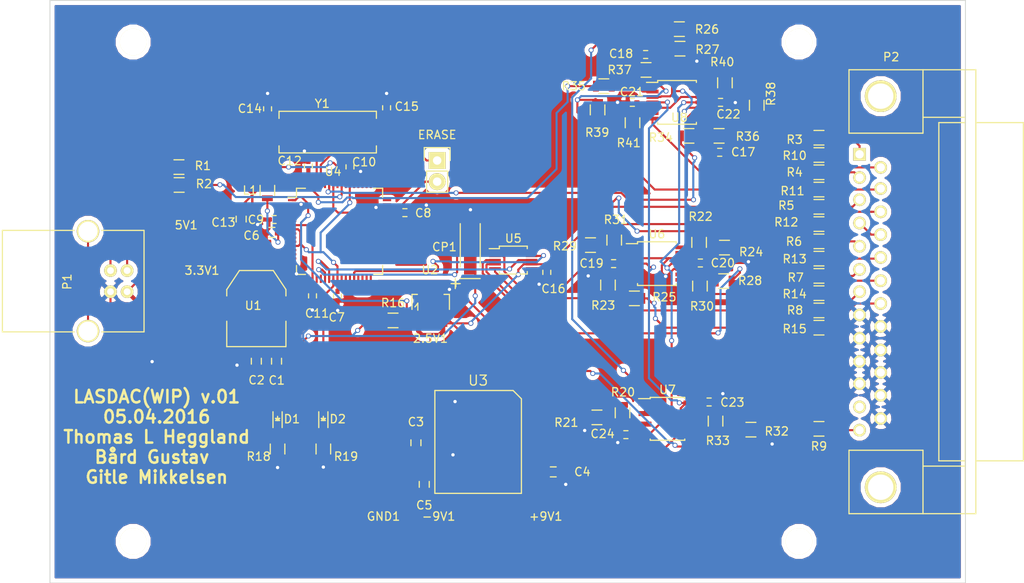
<source format=kicad_pcb>
(kicad_pcb (version 4) (host pcbnew 4.0.1-stable)
  (title_block (title "LASDAC PCB") (date 2016-04-11) (rev A))
  (layers (0 F.Cu signal) (31 B.Cu signal) (34 B.Paste user) (35 F.Paste user) (36 B.SilkS user) (37 F.SilkS user) (38 B.Mask user) (39 F.Mask user) (44 Edge.Cuts user))
  (net 0 "")
  (net 1 /Amplifiers/+9V)
  (net 2 /Amplifiers/-9V)
  (net 3 /Amplifiers/2.5V)
  (net 4 /DAC/3.3V)
  (net 5 "/Power Regulation/5V")
  (net 6 GND)
  (net 7 /Microcontroller/VDDOUT)
  (net 8 /Microcontroller/VDDPLL)
  (net 9 /Microcontroller/XIN)
  (net 10 /Microcontroller/XOUT)
  (net 11 /Amplifiers/-X)
  (net 12 /Amplifiers/-Y)
  (net 13 /Microcontroller/PA24)
  (net 14 "Net-(D1-Pad1)")
  (net 15 /Microcontroller/ERASE)
  (net 16 /D-)
  (net 17 /D+)
  (net 18 "Net-(P1-Pad5)")
  (net 19 "Net-(P2-Pad1)")
  (net 20 "Net-(P2-Pad2)")
  (net 21 "Net-(P2-Pad3)")
  (net 22 /Interlock)
  (net 23 "Net-(P2-Pad5)")
  (net 24 "Net-(P2-Pad6)")
  (net 25 "Net-(P2-Pad7)")
  (net 26 "Net-(P2-Pad12)")
  (net 27 "Net-(P2-Pad13)")
  (net 28 "Net-(P2-Pad14)")
  (net 29 "Net-(P2-Pad15)")
  (net 30 "Net-(P2-Pad16)")
  (net 31 "Net-(P2-Pad18)")
  (net 32 "Net-(P2-Pad19)")
  (net 33 "Net-(P2-Pad20)")
  (net 34 /Microcontroller/D+)
  (net 35 /Microcontroller/D-)
  (net 36 /Amplifiers/+X)
  (net 37 /Amplifiers/+Y)
  (net 38 /Amplifiers/+Intensity)
  (net 39 /Amplifiers/+R)
  (net 40 /Amplifiers/+G)
  (net 41 /Amplifiers/+B)
  (net 42 /Amplifiers/Shutter_Out)
  (net 43 /Amplifiers/-Intensity)
  (net 44 /Amplifiers/-R)
  (net 45 /Amplifiers/-G)
  (net 46 /Amplifiers/-B)
  (net 47 "Net-(R20-Pad2)")
  (net 48 "Net-(R22-Pad1)")
  (net 49 "Net-(R23-Pad1)")
  (net 50 /Amplifiers/Offset)
  (net 51 "Net-(R28-Pad1)")
  (net 52 "Net-(R29-Pad1)")
  (net 53 /Amplifiers/X)
  (net 54 /Amplifiers/Y)
  (net 55 "Net-(R38-Pad1)")
  (net 56 "Net-(R39-Pad1)")
  (net 57 /DAC/SCLK)
  (net 58 /Amplifiers/Shutter)
  (net 59 /DAC/!SYNC)
  (net 60 /Microcontroller/NRST)
  (net 61 /DAC/Din)
  (net 62 "Net-(R26-Pad1)")
  (net 63 "Net-(C17-Pad2)")
  (net 64 "Net-(C18-Pad2)")
  (net 65 "Net-(D2-Pad1)")
  (net 66 "Net-(R32-Pad2)")
  (net 67 "Net-(U3-Pad10)")
  (net 68 "Net-(U4-Pad3)")
  (net 69 "Net-(U4-Pad4)")
  (net 70 "Net-(U4-Pad5)")
  (net 71 "Net-(U4-Pad6)")
  (net 72 "Net-(U4-Pad9)")
  (net 73 "Net-(U4-Pad10)")
  (net 74 "Net-(U4-Pad11)")
  (net 75 "Net-(U4-Pad13)")
  (net 76 "Net-(U4-Pad14)")
  (net 77 "Net-(U4-Pad15)")
  (net 78 "Net-(U4-Pad16)")
  (net 79 "Net-(U4-Pad19)")
  (net 80 "Net-(U4-Pad20)")
  (net 81 "Net-(U4-Pad25)")
  (net 82 "Net-(U4-Pad27)")
  (net 83 "Net-(U4-Pad29)")
  (net 84 "Net-(U4-Pad30)")
  (net 85 "Net-(U4-Pad31)")
  (net 86 "Net-(U4-Pad32)")
  (net 87 "Net-(U4-Pad33)")
  (net 88 "Net-(U4-Pad34)")
  (net 89 "Net-(U4-Pad35)")
  (net 90 "Net-(U4-Pad36)")
  (net 91 "Net-(U4-Pad37)")
  (net 92 "Net-(U4-Pad38)")
  (net 93 "Net-(U4-Pad40)")
  (net 94 "Net-(U4-Pad41)")
  (net 95 "Net-(U4-Pad42)")
  (net 96 "Net-(U4-Pad43)")
  (net 97 "Net-(U4-Pad44)")
  (net 98 "Net-(U4-Pad47)")
  (net 99 "Net-(U4-Pad48)")
  (net 100 "Net-(U4-Pad49)")
  (net 101 "Net-(U4-Pad50)")
  (net 102 "Net-(U4-Pad51)")
  (net 103 "Net-(U4-Pad52)")
  (net 104 "Net-(U4-Pad53)")
  (module Housings_QFP:LQFP-64_10x10mm_Pitch0.5mm (layer F.Cu) (at 103.7 76.1)
    (fp_text reference U4 (at -0.775 -7.175) (layer F.SilkS))
    (fp_text value ATSAM4S)
    (pad 1 smd rect (at -5.7 -3.75) (size 1 0.25) (layers F.Cu F.Paste F.Mask) (net 3 /Amplifiers/2.5V))
    (pad 2 smd rect (at -5.7 -3.25) (size 1 0.25) (layers F.Cu F.Paste F.Mask) (net 6 GND))
    (pad 3 smd rect (at -5.7 -2.75) (size 1 0.25) (layers F.Cu F.Paste F.Mask) (net 68 "Net-(U4-Pad3)"))
    (pad 4 smd rect (at -5.7 -2.25) (size 1 0.25) (layers F.Cu F.Paste F.Mask) (net 69 "Net-(U4-Pad4)"))
    (pad 5 smd rect (at -5.7 -1.75) (size 1 0.25) (layers F.Cu F.Paste F.Mask) (net 70 "Net-(U4-Pad5)"))
    (pad 6 smd rect (at -5.7 -1.25) (size 1 0.25) (layers F.Cu F.Paste F.Mask) (net 71 "Net-(U4-Pad6)"))
    (pad 7 smd rect (at -5.7 -0.75) (size 1 0.25) (layers F.Cu F.Paste F.Mask) (net 4 /DAC/3.3V))
    (pad 8 smd rect (at -5.7 -0.25) (size 1 0.25) (layers F.Cu F.Paste F.Mask) (net 7 /Microcontroller/VDDOUT))
    (pad 9 smd rect (at -5.7 0.25) (size 1 0.25) (layers F.Cu F.Paste F.Mask) (net 72 "Net-(U4-Pad9)"))
    (pad 10 smd rect (at -5.7 0.75) (size 1 0.25) (layers F.Cu F.Paste F.Mask) (net 73 "Net-(U4-Pad10)"))
    (pad 11 smd rect (at -5.7 1.25) (size 1 0.25) (layers F.Cu F.Paste F.Mask) (net 74 "Net-(U4-Pad11)"))
    (pad 12 smd rect (at -5.7 1.75) (size 1 0.25) (layers F.Cu F.Paste F.Mask) (net 7 /Microcontroller/VDDOUT))
    (pad 13 smd rect (at -5.7 2.25) (size 1 0.25) (layers F.Cu F.Paste F.Mask) (net 75 "Net-(U4-Pad13)"))
    (pad 14 smd rect (at -5.7 2.75) (size 1 0.25) (layers F.Cu F.Paste F.Mask) (net 76 "Net-(U4-Pad14)"))
    (pad 15 smd rect (at -5.7 3.25) (size 1 0.25) (layers F.Cu F.Paste F.Mask) (net 77 "Net-(U4-Pad15)"))
    (pad 16 smd rect (at -5.7 3.75) (size 1 0.25) (layers F.Cu F.Paste F.Mask) (net 78 "Net-(U4-Pad16)"))
    (pad 17 smd rect (at -3.75 5.7 90) (size 1 0.25) (layers F.Cu F.Paste F.Mask) (net 6 GND))
    (pad 18 smd rect (at -3.25 5.7 90) (size 1 0.25) (layers F.Cu F.Paste F.Mask) (net 4 /DAC/3.3V))
    (pad 19 smd rect (at -2.75 5.7 90) (size 1 0.25) (layers F.Cu F.Paste F.Mask) (net 79 "Net-(U4-Pad19)"))
    (pad 20 smd rect (at -2.25 5.7 90) (size 1 0.25) (layers F.Cu F.Paste F.Mask) (net 80 "Net-(U4-Pad20)"))
    (pad 21 smd rect (at -1.75 5.7 90) (size 1 0.25) (layers F.Cu F.Paste F.Mask) (net 57 /DAC/SCLK))
    (pad 22 smd rect (at -1.25 5.7 90) (size 1 0.25) (layers F.Cu F.Paste F.Mask) (net 61 /DAC/Din))
    (pad 23 smd rect (at -0.75 5.7 90) (size 1 0.25) (layers F.Cu F.Paste F.Mask) (net 13 /Microcontroller/PA24))
    (pad 24 smd rect (at -0.25 5.7 90) (size 1 0.25) (layers F.Cu F.Paste F.Mask) (net 7 /Microcontroller/VDDOUT))
    (pad 25 smd rect (at 0.25 5.7 90) (size 1 0.25) (layers F.Cu F.Paste F.Mask) (net 81 "Net-(U4-Pad25)"))
    (pad 26 smd rect (at 0.75 5.7 90) (size 1 0.25) (layers F.Cu F.Paste F.Mask) (net 58 /Amplifiers/Shutter))
    (pad 27 smd rect (at 1.25 5.7 90) (size 1 0.25) (layers F.Cu F.Paste F.Mask) (net 82 "Net-(U4-Pad27)"))
    (pad 28 smd rect (at 1.75 5.7 90) (size 1 0.25) (layers F.Cu F.Paste F.Mask) (net 59 /DAC/!SYNC))
    (pad 29 smd rect (at 2.25 5.7 90) (size 1 0.25) (layers F.Cu F.Paste F.Mask) (net 83 "Net-(U4-Pad29)"))
    (pad 30 smd rect (at 2.75 5.7 90) (size 1 0.25) (layers F.Cu F.Paste F.Mask) (net 84 "Net-(U4-Pad30)"))
    (pad 31 smd rect (at 3.25 5.7 90) (size 1 0.25) (layers F.Cu F.Paste F.Mask) (net 85 "Net-(U4-Pad31)"))
    (pad 32 smd rect (at 3.75 5.7 90) (size 1 0.25) (layers F.Cu F.Paste F.Mask) (net 86 "Net-(U4-Pad32)"))
    (pad 33 smd rect (at 5.7 3.75) (size 1 0.25) (layers F.Cu F.Paste F.Mask) (net 87 "Net-(U4-Pad33)"))
    (pad 34 smd rect (at 5.7 3.25) (size 1 0.25) (layers F.Cu F.Paste F.Mask) (net 88 "Net-(U4-Pad34)"))
    (pad 35 smd rect (at 5.7 2.75) (size 1 0.25) (layers F.Cu F.Paste F.Mask) (net 89 "Net-(U4-Pad35)"))
    (pad 36 smd rect (at 5.7 2.25) (size 1 0.25) (layers F.Cu F.Paste F.Mask) (net 90 "Net-(U4-Pad36)"))
    (pad 37 smd rect (at 5.7 1.75) (size 1 0.25) (layers F.Cu F.Paste F.Mask) (net 91 "Net-(U4-Pad37)"))
    (pad 38 smd rect (at 5.7 1.25) (size 1 0.25) (layers F.Cu F.Paste F.Mask) (net 92 "Net-(U4-Pad38)"))
    (pad 39 smd rect (at 5.7 0.75) (size 1 0.25) (layers F.Cu F.Paste F.Mask) (net 60 /Microcontroller/NRST))
    (pad 40 smd rect (at 5.7 0.25) (size 1 0.25) (layers F.Cu F.Paste F.Mask) (net 93 "Net-(U4-Pad40)"))
    (pad 41 smd rect (at 5.7 -0.25) (size 1 0.25) (layers F.Cu F.Paste F.Mask) (net 94 "Net-(U4-Pad41)"))
    (pad 42 smd rect (at 5.7 -0.75) (size 1 0.25) (layers F.Cu F.Paste F.Mask) (net 95 "Net-(U4-Pad42)"))
    (pad 43 smd rect (at 5.7 -1.25) (size 1 0.25) (layers F.Cu F.Paste F.Mask) (net 96 "Net-(U4-Pad43)"))
    (pad 44 smd rect (at 5.7 -1.75) (size 1 0.25) (layers F.Cu F.Paste F.Mask) (net 97 "Net-(U4-Pad44)"))
    (pad 45 smd rect (at 5.7 -2.25) (size 1 0.25) (layers F.Cu F.Paste F.Mask) (net 4 /DAC/3.3V))
    (pad 46 smd rect (at 5.7 -2.75) (size 1 0.25) (layers F.Cu F.Paste F.Mask) (net 6 GND))
    (pad 47 smd rect (at 5.7 -3.25) (size 1 0.25) (layers F.Cu F.Paste F.Mask) (net 98 "Net-(U4-Pad47)"))
    (pad 48 smd rect (at 5.7 -3.75) (size 1 0.25) (layers F.Cu F.Paste F.Mask) (net 99 "Net-(U4-Pad48)"))
    (pad 49 smd rect (at 3.75 -5.7 90) (size 1 0.25) (layers F.Cu F.Paste F.Mask) (net 100 "Net-(U4-Pad49)"))
    (pad 50 smd rect (at 3.25 -5.7 90) (size 1 0.25) (layers F.Cu F.Paste F.Mask) (net 101 "Net-(U4-Pad50)"))
    (pad 51 smd rect (at 2.75 -5.7 90) (size 1 0.25) (layers F.Cu F.Paste F.Mask) (net 102 "Net-(U4-Pad51)"))
    (pad 52 smd rect (at 2.25 -5.7 90) (size 1 0.25) (layers F.Cu F.Paste F.Mask) (net 103 "Net-(U4-Pad52)"))
    (pad 53 smd rect (at 1.75 -5.7 90) (size 1 0.25) (layers F.Cu F.Paste F.Mask) (net 104 "Net-(U4-Pad53)"))
    (pad 54 smd rect (at 1.25 -5.7 90) (size 1 0.25) (layers F.Cu F.Paste F.Mask) (net 7 /Microcontroller/VDDOUT))
    (pad 55 smd rect (at 0.75 -5.7 90) (size 1 0.25) (layers F.Cu F.Paste F.Mask) (net 15 /Microcontroller/ERASE))
    (pad 56 smd rect (at 0.25 -5.7 90) (size 1 0.25) (layers F.Cu F.Paste F.Mask) (net 35 /Microcontroller/D-))
    (pad 57 smd rect (at -0.25 -5.7 90) (size 1 0.25) (layers F.Cu F.Paste F.Mask) (net 34 /Microcontroller/D+))
    (pad 58 smd rect (at -0.75 -5.7 90) (size 1 0.25) (layers F.Cu F.Paste F.Mask) (net 4 /DAC/3.3V))
    (pad 59 smd rect (at -1.25 -5.7 90) (size 1 0.25) (layers F.Cu F.Paste F.Mask) (net 53 /Amplifiers/X))
    (pad 60 smd rect (at -1.75 -5.7 90) (size 1 0.25) (layers F.Cu F.Paste F.Mask) (net 6 GND))
    (pad 61 smd rect (at -2.25 -5.7 90) (size 1 0.25) (layers F.Cu F.Paste F.Mask) (net 10 /Microcontroller/XOUT))
    (pad 62 smd rect (at -2.75 -5.7 90) (size 1 0.25) (layers F.Cu F.Paste F.Mask) (net 9 /Microcontroller/XIN))
    (pad 63 smd rect (at -3.25 -5.7 90) (size 1 0.25) (layers F.Cu F.Paste F.Mask) (net 54 /Amplifiers/Y))
    (pad 64 smd rect (at -3.75 -5.7 90) (size 1 0.25) (layers F.Cu F.Paste F.Mask) (net 8 /Microcontroller/VDDPLL))
  )
  (module Measurement_Points:Measurement_Point_Round-SMD-Pad_Big (layer F.Cu) (at 128.475 113.35)
    (fp_text reference +9V1 (at 0 -3) (layer F.SilkS))
    (fp_text value TEST_1P)
    (pad 1 smd circle (at 0 0) (size 3 3) (layers F.Cu F.Mask) (net 1 /Amplifiers/+9V))
  )
  (module Measurement_Points:Measurement_Point_Round-SMD-Pad_Big (layer F.Cu) (at 115.6 113.35)
    (fp_text reference -9V1 (at 0 -3) (layer F.SilkS))
    (fp_text value TEST_1P)
    (pad 1 smd circle (at 0 0) (size 3 3) (layers F.Cu F.Mask) (net 2 /Amplifiers/-9V))
  )
  (module Measurement_Points:Measurement_Point_Round-SMD-Pad_Big (layer F.Cu) (at 114.625 91.975)
    (fp_text reference 2.5V1 (at 0 -3) (layer F.SilkS))
    (fp_text value TEST_1P)
    (pad 1 smd circle (at 0 0) (size 3 3) (layers F.Cu F.Mask) (net 3 /Amplifiers/2.5V))
  )
  (module Measurement_Points:Measurement_Point_Round-SMD-Pad_Big (layer F.Cu) (at 87.175 83.8)
    (fp_text reference 3.3V1 (at 0 -3) (layer F.SilkS))
    (fp_text value TEST_1P)
    (pad 1 smd circle (at 0 0) (size 3 3) (layers F.Cu F.Mask) (net 4 /DAC/3.3V))
  )
  (module Measurement_Points:Measurement_Point_Round-SMD-Pad_Big (layer F.Cu) (at 85.275 78.35)
    (fp_text reference 5V1 (at 0 -3) (layer F.SilkS))
    (fp_text value TEST_1P)
    (pad 1 smd circle (at 0 0) (size 3 3) (layers F.Cu F.Mask) (net 5 "/Power Regulation/5V"))
  )
  (module Capacitors_SMD:C_0603 (layer F.Cu) (at 96.125 91.7 270)
    (fp_text reference C1 (at 2.3 -0.025 360) (layer F.SilkS))
    (fp_text value 4.7uF)
    (pad 1 smd rect (at -0.75 0 270) (size 0.8 0.75) (layers F.Cu F.Paste F.Mask) (net 5 "/Power Regulation/5V"))
    (pad 2 smd rect (at 0.75 0 270) (size 0.8 0.75) (layers F.Cu F.Paste F.Mask) (net 6 GND))
  )
  (module Capacitors_SMD:C_0603 (layer F.Cu) (at 93.7 91.7 270)
    (fp_text reference C2 (at 2.275 -0.025 540) (layer F.SilkS))
    (fp_text value 4.7uF)
    (pad 1 smd rect (at -0.75 0 270) (size 0.8 0.75) (layers F.Cu F.Paste F.Mask) (net 4 /DAC/3.3V))
    (pad 2 smd rect (at 0.75 0 270) (size 0.8 0.75) (layers F.Cu F.Paste F.Mask) (net 6 GND))
  )
  (module Capacitors_SMD:C_0402 (layer F.Cu) (at 111.55 73.85)
    (fp_text reference C8 (at 2.2 0.05) (layer F.SilkS))
    (fp_text value 100nF)
    (pad 1 smd rect (at -0.55 0) (size 0.6 0.5) (layers F.Cu F.Paste F.Mask) (net 4 /DAC/3.3V))
    (pad 2 smd rect (at 0.55 0) (size 0.6 0.5) (layers F.Cu F.Paste F.Mask) (net 6 GND))
  )
  (module Capacitors_SMD:C_0603 (layer F.Cu) (at 95.575 76.225 180)
    (fp_text reference C6 (at 2.45 -0.375 360) (layer F.SilkS))
    (fp_text value 2.2uF)
    (pad 1 smd rect (at -0.75 0 180) (size 0.8 0.75) (layers F.Cu F.Paste F.Mask) (net 7 /Microcontroller/VDDOUT))
    (pad 2 smd rect (at 0.75 0 180) (size 0.8 0.75) (layers F.Cu F.Paste F.Mask) (net 6 GND))
  )
  (module Capacitors_SMD:C_0402 (layer F.Cu) (at 95.825 74.675 180)
    (fp_text reference C9 (at 2.175 -0.025 180) (layer F.SilkS))
    (fp_text value 100nF)
    (pad 1 smd rect (at -0.55 0 180) (size 0.6 0.5) (layers F.Cu F.Paste F.Mask) (net 4 /DAC/3.3V))
    (pad 2 smd rect (at 0.55 0 180) (size 0.6 0.5) (layers F.Cu F.Paste F.Mask) (net 6 GND))
  )
  (module Capacitors_SMD:C_0402 (layer F.Cu) (at 103.45 83.875 270)
    (fp_text reference C7 (at 2.55 0.1 360) (layer F.SilkS))
    (fp_text value 100nF)
    (pad 1 smd rect (at -0.55 0 270) (size 0.6 0.5) (layers F.Cu F.Paste F.Mask) (net 7 /Microcontroller/VDDOUT))
    (pad 2 smd rect (at 0.55 0 270) (size 0.6 0.5) (layers F.Cu F.Paste F.Mask) (net 6 GND))
  )
  (module Capacitors_SMD:C_0402 (layer F.Cu) (at 100.45 83.85 270)
    (fp_text reference C11 (at 2.1 -0.55 360) (layer F.SilkS))
    (fp_text value 10nF)
    (pad 1 smd rect (at -0.55 0 270) (size 0.6 0.5) (layers F.Cu F.Paste F.Mask) (net 4 /DAC/3.3V))
    (pad 2 smd rect (at 0.55 0 270) (size 0.6 0.5) (layers F.Cu F.Paste F.Mask) (net 6 GND))
  )
  (module Capacitors_SMD:C_0402 (layer F.Cu) (at 104.95 68.35 90)
    (fp_text reference C10 (at 0.575 1.7 180) (layer F.SilkS))
    (fp_text value 100nF)
    (pad 1 smd rect (at -0.55 0 90) (size 0.6 0.5) (layers F.Cu F.Paste F.Mask) (net 7 /Microcontroller/VDDOUT))
    (pad 2 smd rect (at 0.55 0 90) (size 0.6 0.5) (layers F.Cu F.Paste F.Mask) (net 6 GND))
  )
  (module Capacitors_SMD:C_0402 (layer F.Cu) (at 99.95 68.25 90)
    (fp_text reference C12 (at 0.625 -2.25 180) (layer F.SilkS))
    (fp_text value 100nF)
    (pad 1 smd rect (at -0.55 0 90) (size 0.6 0.5) (layers F.Cu F.Paste F.Mask) (net 8 /Microcontroller/VDDPLL))
    (pad 2 smd rect (at 0.55 0 90) (size 0.6 0.5) (layers F.Cu F.Paste F.Mask) (net 6 GND))
  )
  (module Capacitors_SMD:C_0603 (layer F.Cu) (at 91.875 74.625 270)
    (fp_text reference C13 (at 0.4 2.125 360) (layer F.SilkS))
    (fp_text value 4.7uF)
    (pad 1 smd rect (at -0.75 0 270) (size 0.8 0.75) (layers F.Cu F.Paste F.Mask) (net 8 /Microcontroller/VDDPLL))
    (pad 2 smd rect (at 0.75 0 270) (size 0.8 0.75) (layers F.Cu F.Paste F.Mask) (net 6 GND))
  )
  (module Capacitors_SMD:C_0402 (layer F.Cu) (at 95.05 61.375 90)
    (fp_text reference C14 (at 0.025 -2.125 180) (layer F.SilkS))
    (fp_text value C)
    (pad 1 smd rect (at -0.55 0 90) (size 0.6 0.5) (layers F.Cu F.Paste F.Mask) (net 9 /Microcontroller/XIN))
    (pad 2 smd rect (at 0.55 0 90) (size 0.6 0.5) (layers F.Cu F.Paste F.Mask) (net 6 GND))
  )
  (module Capacitors_SMD:C_0402 (layer F.Cu) (at 109.35 61.25 90)
    (fp_text reference C15 (at 0.15 2.425 180) (layer F.SilkS))
    (fp_text value C)
    (pad 1 smd rect (at -0.55 0 90) (size 0.6 0.5) (layers F.Cu F.Paste F.Mask) (net 10 /Microcontroller/XOUT))
    (pad 2 smd rect (at 0.55 0 90) (size 0.6 0.5) (layers F.Cu F.Paste F.Mask) (net 6 GND))
  )
  (module Capacitors_SMD:C_0402 (layer F.Cu) (at 128.6 81.025 270)
    (fp_text reference C16 (at 1.975 -0.8 360) (layer F.SilkS))
    (fp_text value 0.1uF)
    (pad 1 smd rect (at -0.55 0 270) (size 0.6 0.5) (layers F.Cu F.Paste F.Mask) (net 3 /Amplifiers/2.5V))
    (pad 2 smd rect (at 0.55 0 270) (size 0.6 0.5) (layers F.Cu F.Paste F.Mask) (net 6 GND))
  )
  (module Capacitors_SMD:C_0402 (layer F.Cu) (at 149.375 66.6 180)
    (fp_text reference C17 (at -2.825 0.025 180) (layer F.SilkS))
    (fp_text value 390pF)
    (pad 1 smd rect (at -0.55 0 180) (size 0.6 0.5) (layers F.Cu F.Paste F.Mask) (net 11 /Amplifiers/-X))
    (pad 2 smd rect (at 0.55 0 180) (size 0.6 0.5) (layers F.Cu F.Paste F.Mask) (net 63 "Net-(C17-Pad2)"))
  )
  (module Capacitors_SMD:C_0402 (layer F.Cu) (at 140.475 54.85 180)
    (fp_text reference C18 (at 2.95 0.1 180) (layer F.SilkS))
    (fp_text value 390pF)
    (pad 1 smd rect (at -0.55 0 180) (size 0.6 0.5) (layers F.Cu F.Paste F.Mask) (net 12 /Amplifiers/-Y))
    (pad 2 smd rect (at 0.55 0 180) (size 0.6 0.5) (layers F.Cu F.Paste F.Mask) (net 64 "Net-(C18-Pad2)"))
  )
  (module Capacitors_SMD:C_0402 (layer F.Cu) (at 136.625 79.975)
    (fp_text reference C19 (at -2.65 -0.025) (layer F.SilkS))
    (fp_text value 100nF)
    (pad 1 smd rect (at -0.55 0) (size 0.6 0.5) (layers F.Cu F.Paste F.Mask) (net 6 GND))
    (pad 2 smd rect (at 0.55 0) (size 0.6 0.5) (layers F.Cu F.Paste F.Mask) (net 1 /Amplifiers/+9V))
  )
  (module Capacitors_SMD:C_0402 (layer F.Cu) (at 147.05 79.9 180)
    (fp_text reference C20 (at -2.7 0 180) (layer F.SilkS))
    (fp_text value 100nF)
    (pad 1 smd rect (at -0.55 0 180) (size 0.6 0.5) (layers F.Cu F.Paste F.Mask) (net 6 GND))
    (pad 2 smd rect (at 0.55 0 180) (size 0.6 0.5) (layers F.Cu F.Paste F.Mask) (net 2 /Amplifiers/-9V))
  )
  (module Capacitors_SMD:C_0402 (layer F.Cu) (at 138.875 60.6)
    (fp_text reference C21 (at -0.05 -1.25) (layer F.SilkS))
    (fp_text value 100nF)
    (pad 1 smd rect (at -0.55 0) (size 0.6 0.5) (layers F.Cu F.Paste F.Mask) (net 6 GND))
    (pad 2 smd rect (at 0.55 0) (size 0.6 0.5) (layers F.Cu F.Paste F.Mask) (net 1 /Amplifiers/+9V))
  )
  (module Capacitors_SMD:C_0402 (layer F.Cu) (at 149.475 60.6 180)
    (fp_text reference C22 (at -0.95 -1.425 180) (layer F.SilkS))
    (fp_text value 100nF)
    (pad 1 smd rect (at -0.55 0 180) (size 0.6 0.5) (layers F.Cu F.Paste F.Mask) (net 6 GND))
    (pad 2 smd rect (at 0.55 0 180) (size 0.6 0.5) (layers F.Cu F.Paste F.Mask) (net 2 /Amplifiers/-9V))
  )
  (module Capacitors_SMD:C_0402 (layer F.Cu) (at 148.1 96.6 180)
    (fp_text reference C23 (at -2.8 -0.05 360) (layer F.SilkS))
    (fp_text value 100nF)
    (pad 1 smd rect (at -0.55 0 180) (size 0.6 0.5) (layers F.Cu F.Paste F.Mask) (net 6 GND))
    (pad 2 smd rect (at 0.55 0 180) (size 0.6 0.5) (layers F.Cu F.Paste F.Mask) (net 1 /Amplifiers/+9V))
  )
  (module Capacitors_SMD:C_0402 (layer F.Cu) (at 138.1 100.525)
    (fp_text reference C24 (at -2.8 -0.1) (layer F.SilkS))
    (fp_text value 100nF)
    (pad 1 smd rect (at -0.55 0) (size 0.6 0.5) (layers F.Cu F.Paste F.Mask) (net 6 GND))
    (pad 2 smd rect (at 0.55 0) (size 0.6 0.5) (layers F.Cu F.Paste F.Mask) (net 2 /Amplifiers/-9V))
  )
  (module Capacitors_Tantalum_SMD:TantalC_SizeA_EIA-3216_HandSoldering (layer F.Cu) (at 119.4 77.775 90)
    (fp_text reference CP1 (at -0.20066 -3.0988 180) (layer F.SilkS))
    (fp_text value 10uF)
    (fp_text user + (at -4.59994 -1.80086 90) (layer F.SilkS))
    (pad 2 smd rect (at 1.99898 0 90) (size 2.99974 1.50114) (layers F.Cu F.Paste F.Mask) (net 6 GND))
    (pad 1 smd rect (at -1.99898 0 90) (size 2.99974 1.50114) (layers F.Cu F.Paste F.Mask) (net 4 /DAC/3.3V))
  )
  (module LEDs:LED_0603 (layer F.Cu) (at 101.75 98.5757 90)
    (fp_text reference D2 (at -0.0743 1.725 180) (layer F.SilkS))
    (fp_text value Led_Small)
    (pad 2 smd rect (at 0.7493 0 270) (size 0.79756 0.79756) (layers F.Cu F.Paste F.Mask) (net 13 /Microcontroller/PA24))
    (pad 1 smd rect (at -0.7493 0 270) (size 0.79756 0.79756) (layers F.Cu F.Paste F.Mask) (net 65 "Net-(D2-Pad1)"))
  )
  (module Connect:USB_B (layer F.Cu) (at 78.174 83.35 180)
    (fp_text reference P1 (at 7.199 1.2 270) (layer F.SilkS))
    (fp_text value USB_B)
    (pad 2 thru_hole circle (at 0 2.54 90) (size 1.524 1.524) (drill 0.8128) (layers *.Cu *.Mask F.SilkS) (net 16 /D-))
    (pad 1 thru_hole circle (at 0 0 90) (size 1.524 1.524) (drill 0.8128) (layers *.Cu *.Mask F.SilkS) (net 5 "/Power Regulation/5V"))
    (pad 4 thru_hole circle (at 1.99898 0 90) (size 1.524 1.524) (drill 0.8128) (layers *.Cu *.Mask F.SilkS) (net 6 GND))
    (pad 3 thru_hole circle (at 1.99898 2.54 90) (size 1.524 1.524) (drill 0.8128) (layers *.Cu *.Mask F.SilkS) (net 17 /D+))
    (pad 5 thru_hole circle (at 4.699 7.26948 90) (size 2.70002 2.70002) (drill 2.30124) (layers *.Cu *.Mask F.SilkS) (net 18 "Net-(P1-Pad5)"))
    (pad 5 thru_hole circle (at 4.699 -4.72948 90) (size 2.70002 2.70002) (drill 2.30124) (layers *.Cu *.Mask F.SilkS) (net 18 "Net-(P1-Pad5)"))
  )
  (module Connect:DB25FC (layer F.Cu) (at 167.45 83.35 270)
    (fp_text reference P2 (at -28.2 -2.525 360) (layer F.SilkS))
    (fp_text value CONN_01X25)
    (pad "" thru_hole circle (at 23.495 -1.27 270) (size 3.81 3.81) (drill 3.048) (layers *.Cu *.Mask F.SilkS))
    (pad "" thru_hole circle (at -23.495 -1.27 270) (size 3.81 3.81) (drill 3.048) (layers *.Cu *.Mask F.SilkS))
    (pad 1 thru_hole rect (at -16.51 1.27 270) (size 1.524 1.524) (drill 1.016) (layers *.Cu *.Mask F.SilkS) (net 19 "Net-(P2-Pad1)"))
    (pad 2 thru_hole circle (at -13.716 1.27 270) (size 1.524 1.524) (drill 1.016) (layers *.Cu *.Mask F.SilkS) (net 20 "Net-(P2-Pad2)"))
    (pad 3 thru_hole circle (at -11.049 1.27 270) (size 1.524 1.524) (drill 1.016) (layers *.Cu *.Mask F.SilkS) (net 21 "Net-(P2-Pad3)"))
    (pad 4 thru_hole circle (at -8.255 1.27 270) (size 1.524 1.524) (drill 1.016) (layers *.Cu *.Mask F.SilkS) (net 22 /Interlock))
    (pad 5 thru_hole circle (at -5.461 1.27 270) (size 1.524 1.524) (drill 1.016) (layers *.Cu *.Mask F.SilkS) (net 23 "Net-(P2-Pad5)"))
    (pad 6 thru_hole circle (at -2.667 1.27 270) (size 1.524 1.524) (drill 1.016) (layers *.Cu *.Mask F.SilkS) (net 24 "Net-(P2-Pad6)"))
    (pad 7 thru_hole circle (at 0 1.27 270) (size 1.524 1.524) (drill 1.016) (layers *.Cu *.Mask F.SilkS) (net 25 "Net-(P2-Pad7)"))
    (pad 8 thru_hole circle (at 2.794 1.27 270) (size 1.524 1.524) (drill 1.016) (layers *.Cu *.Mask F.SilkS) (net 6 GND))
    (pad 9 thru_hole circle (at 5.588 1.27 270) (size 1.524 1.524) (drill 1.016) (layers *.Cu *.Mask F.SilkS) (net 6 GND))
    (pad 10 thru_hole circle (at 8.382 1.27 270) (size 1.524 1.524) (drill 1.016) (layers *.Cu *.Mask F.SilkS) (net 6 GND))
    (pad 11 thru_hole circle (at 11.049 1.27 270) (size 1.524 1.524) (drill 1.016) (layers *.Cu *.Mask F.SilkS) (net 6 GND))
    (pad 12 thru_hole circle (at 13.843 1.27 270) (size 1.524 1.524) (drill 1.016) (layers *.Cu *.Mask F.SilkS) (net 26 "Net-(P2-Pad12)"))
    (pad 13 thru_hole circle (at 16.637 1.27 270) (size 1.524 1.524) (drill 1.016) (layers *.Cu *.Mask F.SilkS) (net 27 "Net-(P2-Pad13)"))
    (pad 14 thru_hole circle (at -14.9352 -1.27 270) (size 1.524 1.524) (drill 1.016) (layers *.Cu *.Mask F.SilkS) (net 28 "Net-(P2-Pad14)"))
    (pad 15 thru_hole circle (at -12.3952 -1.27 270) (size 1.524 1.524) (drill 1.016) (layers *.Cu *.Mask F.SilkS) (net 29 "Net-(P2-Pad15)"))
    (pad 16 thru_hole circle (at -9.6012 -1.27 270) (size 1.524 1.524) (drill 1.016) (layers *.Cu *.Mask F.SilkS) (net 30 "Net-(P2-Pad16)"))
    (pad 17 thru_hole circle (at -6.858 -1.27 270) (size 1.524 1.524) (drill 1.016) (layers *.Cu *.Mask F.SilkS) (net 22 /Interlock))
    (pad 18 thru_hole circle (at -4.1148 -1.27 270) (size 1.524 1.524) (drill 1.016) (layers *.Cu *.Mask F.SilkS) (net 31 "Net-(P2-Pad18)"))
    (pad 19 thru_hole circle (at -1.3208 -1.27 270) (size 1.524 1.524) (drill 1.016) (layers *.Cu *.Mask F.SilkS) (net 32 "Net-(P2-Pad19)"))
    (pad 20 thru_hole circle (at 1.4224 -1.27 270) (size 1.524 1.524) (drill 1.016) (layers *.Cu *.Mask F.SilkS) (net 33 "Net-(P2-Pad20)"))
    (pad 21 thru_hole circle (at 4.1656 -1.27 270) (size 1.524 1.524) (drill 1.016) (layers *.Cu *.Mask F.SilkS) (net 6 GND))
    (pad 22 thru_hole circle (at 7.0104 -1.27 270) (size 1.524 1.524) (drill 1.016) (layers *.Cu *.Mask F.SilkS) (net 6 GND))
    (pad 23 thru_hole circle (at 9.7028 -1.27 270) (size 1.524 1.524) (drill 1.016) (layers *.Cu *.Mask F.SilkS) (net 6 GND))
    (pad 24 thru_hole circle (at 12.446 -1.27 270) (size 1.524 1.524) (drill 1.016) (layers *.Cu *.Mask F.SilkS) (net 6 GND))
    (pad 25 thru_hole circle (at 15.24 -1.27 270) (size 1.524 1.524) (drill 1.016) (layers *.Cu *.Mask F.SilkS) (net 6 GND))
  )
  (module LEDs:LED_0603 (layer F.Cu) (at 96.25 98.5757 90)
    (fp_text reference D1 (at -0.0743 1.725 180) (layer F.SilkS))
    (fp_text value Led_Small)
    (pad 2 smd rect (at 0.7493 0 270) (size 0.79756 0.79756) (layers F.Cu F.Paste F.Mask) (net 4 /DAC/3.3V))
    (pad 1 smd rect (at -0.7493 0 270) (size 0.79756 0.79756) (layers F.Cu F.Paste F.Mask) (net 14 "Net-(D1-Pad1)"))
  )
  (module Resistors_SMD:R_0805 (layer F.Cu) (at 84.4 68.375 180)
    (fp_text reference R1 (at -2.875 0.15 180) (layer F.SilkS))
    (fp_text value 27R)
    (pad 1 smd rect (at -0.95 0 180) (size 0.7 1.3) (layers F.Cu F.Paste F.Mask) (net 34 /Microcontroller/D+))
    (pad 2 smd rect (at 0.95 0 180) (size 0.7 1.3) (layers F.Cu F.Paste F.Mask) (net 17 /D+))
  )
  (module Resistors_SMD:R_0805 (layer F.Cu) (at 84.425 70.525 180)
    (fp_text reference R2 (at -2.975 0.125 180) (layer F.SilkS))
    (fp_text value 27R)
    (pad 1 smd rect (at -0.95 0 180) (size 0.7 1.3) (layers F.Cu F.Paste F.Mask) (net 35 /Microcontroller/D-))
    (pad 2 smd rect (at 0.95 0 180) (size 0.7 1.3) (layers F.Cu F.Paste F.Mask) (net 16 /D-))
  )
  (module Resistors_SMD:R_0805 (layer F.Cu) (at 161.3 64.85 180)
    (fp_text reference R3 (at 2.925 -0.225 180) (layer F.SilkS))
    (fp_text value 150)
    (pad 1 smd rect (at -0.95 0 180) (size 0.7 1.3) (layers F.Cu F.Paste F.Mask) (net 19 "Net-(P2-Pad1)"))
    (pad 2 smd rect (at 0.95 0 180) (size 0.7 1.3) (layers F.Cu F.Paste F.Mask) (net 36 /Amplifiers/+X))
  )
  (module Resistors_SMD:R_0805 (layer F.Cu) (at 161.3 69 180)
    (fp_text reference R4 (at 2.925 0 180) (layer F.SilkS))
    (fp_text value 150)
    (pad 1 smd rect (at -0.95 0 180) (size 0.7 1.3) (layers F.Cu F.Paste F.Mask) (net 20 "Net-(P2-Pad2)"))
    (pad 2 smd rect (at 0.95 0 180) (size 0.7 1.3) (layers F.Cu F.Paste F.Mask) (net 37 /Amplifiers/+Y))
  )
  (module Resistors_SMD:R_0805 (layer F.Cu) (at 161.3 73.15 180)
    (fp_text reference R5 (at 3.925 0.15 180) (layer F.SilkS))
    (fp_text value 150)
    (pad 1 smd rect (at -0.95 0 180) (size 0.7 1.3) (layers F.Cu F.Paste F.Mask) (net 21 "Net-(P2-Pad3)"))
    (pad 2 smd rect (at 0.95 0 180) (size 0.7 1.3) (layers F.Cu F.Paste F.Mask) (net 38 /Amplifiers/+Intensity))
  )
  (module Resistors_SMD:R_0805 (layer F.Cu) (at 161.3 77.3 180)
    (fp_text reference R6 (at 3 -0.025 180) (layer F.SilkS))
    (fp_text value 150)
    (pad 1 smd rect (at -0.95 0 180) (size 0.7 1.3) (layers F.Cu F.Paste F.Mask) (net 23 "Net-(P2-Pad5)"))
    (pad 2 smd rect (at 0.95 0 180) (size 0.7 1.3) (layers F.Cu F.Paste F.Mask) (net 39 /Amplifiers/+R))
  )
  (module Resistors_SMD:R_0805 (layer F.Cu) (at 161.3 81.45 180)
    (fp_text reference R7 (at 2.8 -0.2 180) (layer F.SilkS))
    (fp_text value 150)
    (pad 1 smd rect (at -0.95 0 180) (size 0.7 1.3) (layers F.Cu F.Paste F.Mask) (net 24 "Net-(P2-Pad6)"))
    (pad 2 smd rect (at 0.95 0 180) (size 0.7 1.3) (layers F.Cu F.Paste F.Mask) (net 40 /Amplifiers/+G))
  )
  (module Resistors_SMD:R_0805 (layer F.Cu) (at 161.3 85.6 180)
    (fp_text reference R8 (at 2.875 0.025 180) (layer F.SilkS))
    (fp_text value 150)
    (pad 1 smd rect (at -0.95 0 180) (size 0.7 1.3) (layers F.Cu F.Paste F.Mask) (net 25 "Net-(P2-Pad7)"))
    (pad 2 smd rect (at 0.95 0 180) (size 0.7 1.3) (layers F.Cu F.Paste F.Mask) (net 41 /Amplifiers/+B))
  )
  (module Resistors_SMD:R_0805 (layer F.Cu) (at 161.3 99.825 180)
    (fp_text reference R9 (at 0 -2.1 180) (layer F.SilkS))
    (fp_text value 150)
    (pad 1 smd rect (at -0.95 0 180) (size 0.7 1.3) (layers F.Cu F.Paste F.Mask) (net 27 "Net-(P2-Pad13)"))
    (pad 2 smd rect (at 0.95 0 180) (size 0.7 1.3) (layers F.Cu F.Paste F.Mask) (net 42 /Amplifiers/Shutter_Out))
  )
  (module Resistors_SMD:R_0805 (layer F.Cu) (at 161.3 66.925 180)
    (fp_text reference R10 (at 2.925 -0.075 180) (layer F.SilkS))
    (fp_text value 150)
    (pad 1 smd rect (at -0.95 0 180) (size 0.7 1.3) (layers F.Cu F.Paste F.Mask) (net 28 "Net-(P2-Pad14)"))
    (pad 2 smd rect (at 0.95 0 180) (size 0.7 1.3) (layers F.Cu F.Paste F.Mask) (net 11 /Amplifiers/-X))
  )
  (module Resistors_SMD:R_0805 (layer F.Cu) (at 161.3 71.075 180)
    (fp_text reference R11 (at 3.175 -0.175 180) (layer F.SilkS))
    (fp_text value 150)
    (pad 1 smd rect (at -0.95 0 180) (size 0.7 1.3) (layers F.Cu F.Paste F.Mask) (net 29 "Net-(P2-Pad15)"))
    (pad 2 smd rect (at 0.95 0 180) (size 0.7 1.3) (layers F.Cu F.Paste F.Mask) (net 12 /Amplifiers/-Y))
  )
  (module Resistors_SMD:R_0805 (layer F.Cu) (at 161.3 75.225 180)
    (fp_text reference R12 (at 3.925 0.225 180) (layer F.SilkS))
    (fp_text value 150)
    (pad 1 smd rect (at -0.95 0 180) (size 0.7 1.3) (layers F.Cu F.Paste F.Mask) (net 30 "Net-(P2-Pad16)"))
    (pad 2 smd rect (at 0.95 0 180) (size 0.7 1.3) (layers F.Cu F.Paste F.Mask) (net 43 /Amplifiers/-Intensity))
  )
  (module Resistors_SMD:R_0805 (layer F.Cu) (at 161.3 79.375 180)
    (fp_text reference R13 (at 2.925 -0.05 180) (layer F.SilkS))
    (fp_text value 150)
    (pad 1 smd rect (at -0.95 0 180) (size 0.7 1.3) (layers F.Cu F.Paste F.Mask) (net 31 "Net-(P2-Pad18)"))
    (pad 2 smd rect (at 0.95 0 180) (size 0.7 1.3) (layers F.Cu F.Paste F.Mask) (net 44 /Amplifiers/-R))
  )
  (module Resistors_SMD:R_0805 (layer F.Cu) (at 161.3 83.525 180)
    (fp_text reference R14 (at 2.925 -0.1 180) (layer F.SilkS))
    (fp_text value 150)
    (pad 1 smd rect (at -0.95 0 180) (size 0.7 1.3) (layers F.Cu F.Paste F.Mask) (net 32 "Net-(P2-Pad19)"))
    (pad 2 smd rect (at 0.95 0 180) (size 0.7 1.3) (layers F.Cu F.Paste F.Mask) (net 45 /Amplifiers/-G))
  )
  (module Resistors_SMD:R_0805 (layer F.Cu) (at 161.3 87.675 180)
    (fp_text reference R15 (at 2.925 -0.15 180) (layer F.SilkS))
    (fp_text value 150)
    (pad 1 smd rect (at -0.95 0 180) (size 0.7 1.3) (layers F.Cu F.Paste F.Mask) (net 33 "Net-(P2-Pad20)"))
    (pad 2 smd rect (at 0.95 0 180) (size 0.7 1.3) (layers F.Cu F.Paste F.Mask) (net 46 /Amplifiers/-B))
  )
  (module Resistors_SMD:R_0805 (layer F.Cu) (at 110.125 86.8)
    (fp_text reference R16 (at 0 -2.1) (layer F.SilkS))
    (fp_text value 330R)
    (pad 1 smd rect (at -0.95 0) (size 0.7 1.3) (layers F.Cu F.Paste F.Mask) (net 4 /DAC/3.3V))
    (pad 2 smd rect (at 0.95 0) (size 0.7 1.3) (layers F.Cu F.Paste F.Mask) (net 3 /Amplifiers/2.5V))
  )
  (module Resistors_SMD:R_0805 (layer F.Cu) (at 96.25 102.25 270)
    (fp_text reference R18 (at 0.9 2.275 360) (layer F.SilkS))
    (fp_text value 330R)
    (pad 1 smd rect (at -0.95 0 270) (size 0.7 1.3) (layers F.Cu F.Paste F.Mask) (net 14 "Net-(D1-Pad1)"))
    (pad 2 smd rect (at 0.95 0 270) (size 0.7 1.3) (layers F.Cu F.Paste F.Mask) (net 6 GND))
  )
  (module Resistors_SMD:R_0805 (layer F.Cu) (at 101.75 102.25 270)
    (fp_text reference R19 (at 0.9 -2.725 360) (layer F.SilkS))
    (fp_text value 330R)
    (pad 1 smd rect (at -0.95 0 270) (size 0.7 1.3) (layers F.Cu F.Paste F.Mask) (net 65 "Net-(D2-Pad1)"))
    (pad 2 smd rect (at 0.95 0 270) (size 0.7 1.3) (layers F.Cu F.Paste F.Mask) (net 6 GND))
  )
  (module Resistors_SMD:R_0805 (layer F.Cu) (at 137.7 97.9 270)
    (fp_text reference R20 (at -2.475 -0.05 360) (layer F.SilkS))
    (fp_text value 10k)
    (pad 1 smd rect (at -0.95 0 270) (size 0.7 1.3) (layers F.Cu F.Paste F.Mask) (net 3 /Amplifiers/2.5V))
    (pad 2 smd rect (at 0.95 0 270) (size 0.7 1.3) (layers F.Cu F.Paste F.Mask) (net 47 "Net-(R20-Pad2)"))
  )
  (module Resistors_SMD:R_0805 (layer F.Cu) (at 134.625 98.45 180)
    (fp_text reference R21 (at 3.675 -0.625 360) (layer F.SilkS))
    (fp_text value 10k)
    (pad 1 smd rect (at -0.95 0 180) (size 0.7 1.3) (layers F.Cu F.Paste F.Mask) (net 47 "Net-(R20-Pad2)"))
    (pad 2 smd rect (at 0.95 0 180) (size 0.7 1.3) (layers F.Cu F.Paste F.Mask) (net 6 GND))
  )
  (module Resistors_SMD:R_0805 (layer F.Cu) (at 146.9 77.425 90)
    (fp_text reference R22 (at 3.1 0.175 180) (layer F.SilkS))
    (fp_text value 10k)
    (pad 1 smd rect (at -0.95 0 90) (size 0.7 1.3) (layers F.Cu F.Paste F.Mask) (net 48 "Net-(R22-Pad1)"))
    (pad 2 smd rect (at 0.95 0 90) (size 0.7 1.3) (layers F.Cu F.Paste F.Mask) (net 39 /Amplifiers/+R))
  )
  (module Resistors_SMD:R_0805 (layer F.Cu) (at 135.95 82.55 90)
    (fp_text reference R23 (at -2.45 -0.575 180) (layer F.SilkS))
    (fp_text value 10k)
    (pad 1 smd rect (at -0.95 0 90) (size 0.7 1.3) (layers F.Cu F.Paste F.Mask) (net 49 "Net-(R23-Pad1)"))
    (pad 2 smd rect (at 0.95 0 90) (size 0.7 1.3) (layers F.Cu F.Paste F.Mask) (net 41 /Amplifiers/+B))
  )
  (module Resistors_SMD:R_0805 (layer F.Cu) (at 149.95 78.05)
    (fp_text reference R24 (at 3.2 0.525 180) (layer F.SilkS))
    (fp_text value 10k)
    (pad 1 smd rect (at -0.95 0) (size 0.7 1.3) (layers F.Cu F.Paste F.Mask) (net 44 /Amplifiers/-R))
    (pad 2 smd rect (at 0.95 0) (size 0.7 1.3) (layers F.Cu F.Paste F.Mask) (net 48 "Net-(R22-Pad1)"))
  )
  (module Resistors_SMD:R_0805 (layer F.Cu) (at 139.125 84.15 180)
    (fp_text reference R25 (at -3.6 0.15 360) (layer F.SilkS))
    (fp_text value 10k)
    (pad 1 smd rect (at -0.95 0 180) (size 0.7 1.3) (layers F.Cu F.Paste F.Mask) (net 46 /Amplifiers/-B))
    (pad 2 smd rect (at 0.95 0 180) (size 0.7 1.3) (layers F.Cu F.Paste F.Mask) (net 49 "Net-(R23-Pad1)"))
  )
  (module Resistors_SMD:R_0805 (layer F.Cu) (at 144.525 51.8)
    (fp_text reference R26 (at 3.325 0.025) (layer F.SilkS))
    (fp_text value 1.65k)
    (pad 1 smd rect (at -0.95 0) (size 0.7 1.3) (layers F.Cu F.Paste F.Mask) (net 62 "Net-(R26-Pad1)"))
    (pad 2 smd rect (at 0.95 0) (size 0.7 1.3) (layers F.Cu F.Paste F.Mask) (net 50 /Amplifiers/Offset))
  )
  (module Resistors_SMD:R_0805 (layer F.Cu) (at 144.6 54.15)
    (fp_text reference R27 (at 3.3 0.1) (layer F.SilkS))
    (fp_text value 10k)
    (pad 1 smd rect (at -0.95 0) (size 0.7 1.3) (layers F.Cu F.Paste F.Mask) (net 50 /Amplifiers/Offset))
    (pad 2 smd rect (at 0.95 0) (size 0.7 1.3) (layers F.Cu F.Paste F.Mask) (net 6 GND))
  )
  (module Resistors_SMD:R_0805 (layer F.Cu) (at 149.85 82.075)
    (fp_text reference R28 (at 3.175 -0.05) (layer F.SilkS))
    (fp_text value 10k)
    (pad 1 smd rect (at -0.95 0) (size 0.7 1.3) (layers F.Cu F.Paste F.Mask) (net 51 "Net-(R28-Pad1)"))
    (pad 2 smd rect (at 0.95 0) (size 0.7 1.3) (layers F.Cu F.Paste F.Mask) (net 40 /Amplifiers/+G))
  )
  (module Resistors_SMD:R_0805 (layer F.Cu) (at 133.85 77.75 180)
    (fp_text reference R29 (at 3.075 -0.125 180) (layer F.SilkS))
    (fp_text value 10k)
    (pad 1 smd rect (at -0.95 0 180) (size 0.7 1.3) (layers F.Cu F.Paste F.Mask) (net 52 "Net-(R29-Pad1)"))
    (pad 2 smd rect (at 0.95 0 180) (size 0.7 1.3) (layers F.Cu F.Paste F.Mask) (net 38 /Amplifiers/+Intensity))
  )
  (module Resistors_SMD:R_0805 (layer F.Cu) (at 153.125 99.925 180)
    (fp_text reference R32 (at -3.1 -0.2 360) (layer F.SilkS))
    (fp_text value 10k)
    (pad 1 smd rect (at -0.95 0 180) (size 0.7 1.3) (layers F.Cu F.Paste F.Mask) (net 6 GND))
    (pad 2 smd rect (at 0.95 0 180) (size 0.7 1.3) (layers F.Cu F.Paste F.Mask) (net 66 "Net-(R32-Pad2)"))
  )
  (module Resistors_SMD:R_0805 (layer F.Cu) (at 148.875 98.9 270)
    (fp_text reference R33 (at 2.35 -0.275 360) (layer F.SilkS))
    (fp_text value 10k)
    (pad 1 smd rect (at -0.95 0 270) (size 0.7 1.3) (layers F.Cu F.Paste F.Mask) (net 42 /Amplifiers/Shutter_Out))
    (pad 2 smd rect (at 0.95 0 270) (size 0.7 1.3) (layers F.Cu F.Paste F.Mask) (net 66 "Net-(R32-Pad2)"))
  )
  (module Resistors_SMD:R_0805 (layer F.Cu) (at 147 82.675 90)
    (fp_text reference R30 (at -2.425 0.25 180) (layer F.SilkS))
    (fp_text value 10k)
    (pad 1 smd rect (at -0.95 0 90) (size 0.7 1.3) (layers F.Cu F.Paste F.Mask) (net 45 /Amplifiers/-G))
    (pad 2 smd rect (at 0.95 0 90) (size 0.7 1.3) (layers F.Cu F.Paste F.Mask) (net 51 "Net-(R28-Pad1)"))
  )
  (module Resistors_SMD:R_0805 (layer F.Cu) (at 136.7 77.15 270)
    (fp_text reference R31 (at -2.45 -0.2 360) (layer F.SilkS))
    (fp_text value 10k)
    (pad 1 smd rect (at -0.95 0 270) (size 0.7 1.3) (layers F.Cu F.Paste F.Mask) (net 43 /Amplifiers/-Intensity))
    (pad 2 smd rect (at 0.95 0 270) (size 0.7 1.3) (layers F.Cu F.Paste F.Mask) (net 52 "Net-(R29-Pad1)"))
  )
  (module Resistors_SMD:R_0805 (layer F.Cu) (at 145.675 64.625 180)
    (fp_text reference R34 (at 3.375 -0.2 180) (layer F.SilkS))
    (fp_text value 1.65k)
    (pad 1 smd rect (at -0.95 0 180) (size 0.7 1.3) (layers F.Cu F.Paste F.Mask) (net 63 "Net-(C17-Pad2)"))
    (pad 2 smd rect (at 0.95 0 180) (size 0.7 1.3) (layers F.Cu F.Paste F.Mask) (net 53 /Amplifiers/X))
  )
  (module Resistors_SMD:R_0805 (layer F.Cu) (at 135.45 58.65 180)
    (fp_text reference R35 (at 3.625 0 180) (layer F.SilkS))
    (fp_text value 1.65k)
    (pad 1 smd rect (at -0.95 0 180) (size 0.7 1.3) (layers F.Cu F.Paste F.Mask) (net 64 "Net-(C18-Pad2)"))
    (pad 2 smd rect (at 0.95 0 180) (size 0.7 1.3) (layers F.Cu F.Paste F.Mask) (net 54 /Amplifiers/Y))
  )
  (module Resistors_SMD:R_0805 (layer F.Cu) (at 149.3 64.625 180)
    (fp_text reference R36 (at -3.45 -0.075 360) (layer F.SilkS))
    (fp_text value 10k)
    (pad 1 smd rect (at -0.95 0 180) (size 0.7 1.3) (layers F.Cu F.Paste F.Mask) (net 11 /Amplifiers/-X))
    (pad 2 smd rect (at 0.95 0 180) (size 0.7 1.3) (layers F.Cu F.Paste F.Mask) (net 63 "Net-(C17-Pad2)"))
  )
  (module Resistors_SMD:R_0805 (layer F.Cu) (at 140.525 56.7 180)
    (fp_text reference R37 (at 3.175 0 360) (layer F.SilkS))
    (fp_text value 10k)
    (pad 1 smd rect (at -0.95 0 180) (size 0.7 1.3) (layers F.Cu F.Paste F.Mask) (net 12 /Amplifiers/-Y))
    (pad 2 smd rect (at 0.95 0 180) (size 0.7 1.3) (layers F.Cu F.Paste F.Mask) (net 64 "Net-(C18-Pad2)"))
  )
  (module Resistors_SMD:R_0805 (layer F.Cu) (at 153.825 60.95 270)
    (fp_text reference R38 (at -1.375 -1.7 270) (layer F.SilkS))
    (fp_text value 10k)
    (pad 1 smd rect (at -0.95 0 270) (size 0.7 1.3) (layers F.Cu F.Paste F.Mask) (net 55 "Net-(R38-Pad1)"))
    (pad 2 smd rect (at 0.95 0 270) (size 0.7 1.3) (layers F.Cu F.Paste F.Mask) (net 11 /Amplifiers/-X))
  )
  (module Resistors_SMD:R_0805 (layer F.Cu) (at 134.7 61.5 90)
    (fp_text reference R39 (at -2.725 -0.05 360) (layer F.SilkS))
    (fp_text value 10k)
    (pad 1 smd rect (at -0.95 0 90) (size 0.7 1.3) (layers F.Cu F.Paste F.Mask) (net 56 "Net-(R39-Pad1)"))
    (pad 2 smd rect (at 0.95 0 90) (size 0.7 1.3) (layers F.Cu F.Paste F.Mask) (net 12 /Amplifiers/-Y))
  )
  (module Resistors_SMD:R_0805 (layer F.Cu) (at 150 58.25 270)
    (fp_text reference R40 (at -2.5 0.325 360) (layer F.SilkS))
    (fp_text value 10k)
    (pad 1 smd rect (at -0.95 0 270) (size 0.7 1.3) (layers F.Cu F.Paste F.Mask) (net 36 /Amplifiers/+X))
    (pad 2 smd rect (at 0.95 0 270) (size 0.7 1.3) (layers F.Cu F.Paste F.Mask) (net 55 "Net-(R38-Pad1)"))
  )
  (module Resistors_SMD:R_0805 (layer F.Cu) (at 138.9 63.05 90)
    (fp_text reference R41 (at -2.425 -0.45 180) (layer F.SilkS))
    (fp_text value 10k)
    (pad 1 smd rect (at -0.95 0 90) (size 0.7 1.3) (layers F.Cu F.Paste F.Mask) (net 37 /Amplifiers/+Y))
    (pad 2 smd rect (at 0.95 0 90) (size 0.7 1.3) (layers F.Cu F.Paste F.Mask) (net 56 "Net-(R39-Pad1)"))
  )
  (module Mounting_Holes:MountingHole_3.2mm_M3 (layer F.Cu) (at 158.9 113.35)
    (fp_text reference H1 hide)
    (fp_text value Mounting_Hole)
    (pad 1 np_thru_hole circle (at 0 0) (size 3.2 3.2) (drill 3.2) (layers *.Cu *.Mask F.SilkS))
  )
  (module Mounting_Holes:MountingHole_3.2mm_M3 (layer F.Cu) (at 78.9 53.35)
    (fp_text reference H2 hide)
    (fp_text value Mounting_Hole)
    (pad 1 np_thru_hole circle (at 0 0) (size 3.2 3.2) (drill 3.2) (layers *.Cu *.Mask F.SilkS))
  )
  (module Mounting_Holes:MountingHole_3.2mm_M3 (layer F.Cu) (at 78.9 113.35)
    (fp_text reference H3 hide)
    (fp_text value Mounting_Hole)
    (pad 1 np_thru_hole circle (at 0 0) (size 3.2 3.2) (drill 3.2) (layers *.Cu *.Mask F.SilkS))
  )
  (module Mounting_Holes:MountingHole_3.2mm_M3 (layer F.Cu) (at 158.9 53.35)
    (fp_text reference H4 hide)
    (fp_text value Mounting_Hole)
    (pad 1 np_thru_hole circle (at 0 0) (size 3.2 3.2) (drill 3.2) (layers *.Cu *.Mask F.SilkS))
  )
  (module TO_SOT_Packages_SMD:SOT-223 (layer F.Cu) (at 93.7 85.375)
    (fp_text reference U1 (at -0.375 -0.35) (layer F.SilkS))
    (fp_text value AP2114)
    (pad 4 smd rect (at 0 -3.302) (size 3.6576 2.032) (layers F.Cu F.Paste F.Mask))
    (pad 2 smd rect (at 0 3.302) (size 1.016 2.032) (layers F.Cu F.Paste F.Mask) (net 4 /DAC/3.3V))
    (pad 3 smd rect (at 2.286 3.302) (size 1.016 2.032) (layers F.Cu F.Paste F.Mask) (net 5 "/Power Regulation/5V"))
    (pad 1 smd rect (at -2.286 3.302) (size 1.016 2.032) (layers F.Cu F.Paste F.Mask) (net 6 GND))
  )
  (module TO_SOT_Packages_SMD:SOT89-3_Housing (layer F.Cu) (at 114.65 84.97482)
    (fp_text reference U2 (at -0.09906 -4.24942) (layer F.SilkS))
    (fp_text value SPX431)
    (pad 1 smd rect (at -1.50114 1.85166) (size 1.00076 1.50114) (layers F.Cu F.Paste F.Mask) (net 3 /Amplifiers/2.5V))
    (pad 2 smd rect (at 0 1.85166) (size 1.00076 1.50114) (layers F.Cu F.Paste F.Mask) (net 6 GND))
    (pad 3 smd rect (at 1.50114 1.85166) (size 1.00076 1.50114) (layers F.Cu F.Paste F.Mask) (net 3 /Amplifiers/2.5V))
    (pad 2 smd rect (at 0 -1.09982) (size 1.99898 2.99974) (layers F.Cu F.Paste F.Mask) (net 6 GND))
    (pad 2 smd trapezoid (at 0 0.7493 180) (size 1.50114 0.7493) (rect_delta 0 0.50038) (layers F.Cu F.Paste F.Mask) (net 6 GND))
  )
  (module "Personal Library:SOIC-10" (layer F.Cu) (at 120.35 101.4 270)
    (fp_text reference U3 (at -7.38 0 360) (layer F.SilkS) (effects (font (size 1.2 1.2))))
    (fp_text value ISA_DC-DC_converter)
    (pad 10 smd rect (at -5.08 -4.15 270) (size 1.2 1.1) (layers F.Cu F.Paste F.Mask) (net 67 "Net-(U3-Pad10)"))
    (pad 1 smd rect (at -5.08 4.15 270) (size 1.2 1.1) (layers F.Cu F.Paste F.Mask) (net 6 GND))
    (pad 9 smd rect (at -2.54 -4.15 270) (size 1.2 1.1) (layers F.Cu F.Paste F.Mask))
    (pad 2 smd rect (at -2.54 4.15 270) (size 1.2 1.1) (layers F.Cu F.Paste F.Mask) (net 5 "/Power Regulation/5V"))
    (pad 8 smd rect (at 0 -4.15 270) (size 1.2 1.1) (layers F.Cu F.Paste F.Mask))
    (pad 3 smd rect (at 0 4.15 270) (size 1.2 1.1) (layers F.Cu F.Paste F.Mask))
    (pad 7 smd rect (at 2.54 -4.15 270) (size 1.2 1.1) (layers F.Cu F.Paste F.Mask) (net 1 /Amplifiers/+9V))
    (pad 4 smd rect (at 2.54 4.15 270) (size 1.2 1.1) (layers F.Cu F.Paste F.Mask) (net 6 GND))
    (pad 6 smd rect (at 5.08 -4.15 270) (size 1.2 1.1) (layers F.Cu F.Paste F.Mask))
    (pad 5 smd rect (at 5.08 4.15 270) (size 1.2 1.1) (layers F.Cu F.Paste F.Mask) (net 2 /Amplifiers/-9V))
  )
  (module Housings_SSOP:TSSOP-14_4.4x5mm_Pitch0.65mm (layer F.Cu) (at 141.825 79.975)
    (fp_text reference U6 (at 0 -3.55) (layer F.SilkS))
    (fp_text value TL084_v)
    (pad 1 smd rect (at -2.95 -1.95) (size 1.45 0.45) (layers F.Cu F.Paste F.Mask) (net 44 /Amplifiers/-R))
    (pad 2 smd rect (at -2.95 -1.3) (size 1.45 0.45) (layers F.Cu F.Paste F.Mask) (net 48 "Net-(R22-Pad1)"))
    (pad 3 smd rect (at -2.95 -0.65) (size 1.45 0.45) (layers F.Cu F.Paste F.Mask) (net 6 GND))
    (pad 4 smd rect (at -2.95 0) (size 1.45 0.45) (layers F.Cu F.Paste F.Mask) (net 1 /Amplifiers/+9V))
    (pad 5 smd rect (at -2.95 0.65) (size 1.45 0.45) (layers F.Cu F.Paste F.Mask) (net 6 GND))
    (pad 6 smd rect (at -2.95 1.3) (size 1.45 0.45) (layers F.Cu F.Paste F.Mask) (net 49 "Net-(R23-Pad1)"))
    (pad 7 smd rect (at -2.95 1.95) (size 1.45 0.45) (layers F.Cu F.Paste F.Mask) (net 46 /Amplifiers/-B))
    (pad 8 smd rect (at 2.95 1.95) (size 1.45 0.45) (layers F.Cu F.Paste F.Mask) (net 45 /Amplifiers/-G))
    (pad 9 smd rect (at 2.95 1.3) (size 1.45 0.45) (layers F.Cu F.Paste F.Mask) (net 51 "Net-(R28-Pad1)"))
    (pad 10 smd rect (at 2.95 0.65) (size 1.45 0.45) (layers F.Cu F.Paste F.Mask) (net 6 GND))
    (pad 11 smd rect (at 2.95 0) (size 1.45 0.45) (layers F.Cu F.Paste F.Mask) (net 2 /Amplifiers/-9V))
    (pad 12 smd rect (at 2.95 -0.65) (size 1.45 0.45) (layers F.Cu F.Paste F.Mask) (net 6 GND))
    (pad 13 smd rect (at 2.95 -1.3) (size 1.45 0.45) (layers F.Cu F.Paste F.Mask) (net 52 "Net-(R29-Pad1)"))
    (pad 14 smd rect (at 2.95 -1.95) (size 1.45 0.45) (layers F.Cu F.Paste F.Mask) (net 43 /Amplifiers/-Intensity))
  )
  (module Housings_SOIC:SOIC-8_3.9x4.9mm_Pitch1.27mm (layer F.Cu) (at 143.1 98.625)
    (fp_text reference U7 (at 0 -3.5) (layer F.SilkS))
    (fp_text value LM358)
    (pad 1 smd rect (at -2.7 -1.905) (size 1.55 0.6) (layers F.Cu F.Paste F.Mask) (net 62 "Net-(R26-Pad1)"))
    (pad 2 smd rect (at -2.7 -0.635) (size 1.55 0.6) (layers F.Cu F.Paste F.Mask) (net 62 "Net-(R26-Pad1)"))
    (pad 3 smd rect (at -2.7 0.635) (size 1.55 0.6) (layers F.Cu F.Paste F.Mask) (net 47 "Net-(R20-Pad2)"))
    (pad 4 smd rect (at -2.7 1.905) (size 1.55 0.6) (layers F.Cu F.Paste F.Mask) (net 2 /Amplifiers/-9V))
    (pad 5 smd rect (at 2.7 1.905) (size 1.55 0.6) (layers F.Cu F.Paste F.Mask) (net 58 /Amplifiers/Shutter))
    (pad 6 smd rect (at 2.7 0.635) (size 1.55 0.6) (layers F.Cu F.Paste F.Mask) (net 66 "Net-(R32-Pad2)"))
    (pad 7 smd rect (at 2.7 -0.635) (size 1.55 0.6) (layers F.Cu F.Paste F.Mask) (net 42 /Amplifiers/Shutter_Out))
    (pad 8 smd rect (at 2.7 -1.905) (size 1.55 0.6) (layers F.Cu F.Paste F.Mask) (net 1 /Amplifiers/+9V))
  )
  (module Housings_SSOP:TSSOP-14_4.4x5mm_Pitch0.65mm (layer F.Cu) (at 144.250001 60.6)
    (fp_text reference U8 (at 0.274999 1.825) (layer F.SilkS))
    (fp_text value TL084_v)
    (pad 1 smd rect (at -2.95 -1.95) (size 1.45 0.45) (layers F.Cu F.Paste F.Mask) (net 12 /Amplifiers/-Y))
    (pad 2 smd rect (at -2.95 -1.3) (size 1.45 0.45) (layers F.Cu F.Paste F.Mask) (net 64 "Net-(C18-Pad2)"))
    (pad 3 smd rect (at -2.95 -0.65) (size 1.45 0.45) (layers F.Cu F.Paste F.Mask) (net 50 /Amplifiers/Offset))
    (pad 4 smd rect (at -2.95 0) (size 1.45 0.45) (layers F.Cu F.Paste F.Mask) (net 1 /Amplifiers/+9V))
    (pad 5 smd rect (at -2.95 0.65) (size 1.45 0.45) (layers F.Cu F.Paste F.Mask) (net 50 /Amplifiers/Offset))
    (pad 6 smd rect (at -2.95 1.3) (size 1.45 0.45) (layers F.Cu F.Paste F.Mask) (net 63 "Net-(C17-Pad2)"))
    (pad 7 smd rect (at -2.95 1.95) (size 1.45 0.45) (layers F.Cu F.Paste F.Mask) (net 11 /Amplifiers/-X))
    (pad 8 smd rect (at 2.95 1.95) (size 1.45 0.45) (layers F.Cu F.Paste F.Mask) (net 36 /Amplifiers/+X))
    (pad 9 smd rect (at 2.95 1.3) (size 1.45 0.45) (layers F.Cu F.Paste F.Mask) (net 55 "Net-(R38-Pad1)"))
    (pad 10 smd rect (at 2.95 0.65) (size 1.45 0.45) (layers F.Cu F.Paste F.Mask) (net 6 GND))
    (pad 11 smd rect (at 2.95 0) (size 1.45 0.45) (layers F.Cu F.Paste F.Mask) (net 2 /Amplifiers/-9V))
    (pad 12 smd rect (at 2.95 -0.65) (size 1.45 0.45) (layers F.Cu F.Paste F.Mask) (net 6 GND))
    (pad 13 smd rect (at 2.95 -1.3) (size 1.45 0.45) (layers F.Cu F.Paste F.Mask) (net 56 "Net-(R39-Pad1)"))
    (pad 14 smd rect (at 2.95 -1.95) (size 1.45 0.45) (layers F.Cu F.Paste F.Mask) (net 37 /Amplifiers/+Y))
  )
  (module Crystals:Crystal_HC49-SD_SMD (layer F.Cu) (at 102.275 64.175)
    (fp_text reference Y1 (at -0.65 -3.425) (layer F.SilkS))
    (fp_text value "12MHz .25%")
    (pad 1 smd rect (at -4.84886 0) (size 5.6007 2.10058) (layers F.Cu F.Paste F.Mask) (net 9 /Microcontroller/XIN))
    (pad 2 smd rect (at 4.84886 0) (size 5.6007 2.10058) (layers F.Cu F.Paste F.Mask) (net 10 /Microcontroller/XOUT))
  )
  (module Pin_Headers:Pin_Header_Straight_1x02 (layer F.Cu) (at 115.425 67.585)
    (fp_text reference ERASE (at 0 -3.085) (layer F.SilkS))
    (fp_text value SW_PUSH)
    (pad 1 thru_hole rect (at 0 0) (size 2.032 2.032) (drill 1.016) (layers *.Cu *.Mask F.SilkS) (net 15 /Microcontroller/ERASE))
    (pad 2 thru_hole oval (at 0 2.54) (size 2.032 2.032) (drill 1.016) (layers *.Cu *.Mask F.SilkS) (net 4 /DAC/3.3V))
  )
  (module Housings_SSOP:MSOP-10_3x3mm_Pitch0.5mm (layer F.Cu) (at 124.575 79.55)
    (fp_text reference U5 (at 0 -2.6) (layer F.SilkS))
    (fp_text value DAC084S085C)
    (pad 1 smd rect (at -2.2 -1) (size 1.4 0.3) (layers F.Cu F.Paste F.Mask) (net 4 /DAC/3.3V))
    (pad 2 smd rect (at -2.2 -0.5) (size 1.4 0.3) (layers F.Cu F.Paste F.Mask) (net 39 /Amplifiers/+R))
    (pad 3 smd rect (at -2.2 0) (size 1.4 0.3) (layers F.Cu F.Paste F.Mask) (net 40 /Amplifiers/+G))
    (pad 4 smd rect (at -2.2 0.5) (size 1.4 0.3) (layers F.Cu F.Paste F.Mask) (net 41 /Amplifiers/+B))
    (pad 5 smd rect (at -2.2 1) (size 1.4 0.3) (layers F.Cu F.Paste F.Mask) (net 38 /Amplifiers/+Intensity))
    (pad 6 smd rect (at 2.2 1) (size 1.4 0.3) (layers F.Cu F.Paste F.Mask) (net 6 GND))
    (pad 7 smd rect (at 2.2 0.5) (size 1.4 0.3) (layers F.Cu F.Paste F.Mask) (net 3 /Amplifiers/2.5V))
    (pad 8 smd rect (at 2.2 0) (size 1.4 0.3) (layers F.Cu F.Paste F.Mask) (net 61 /DAC/Din))
    (pad 9 smd rect (at 2.2 -0.5) (size 1.4 0.3) (layers F.Cu F.Paste F.Mask) (net 59 /DAC/!SYNC))
    (pad 10 smd rect (at 2.2 -1) (size 1.4 0.3) (layers F.Cu F.Paste F.Mask) (net 57 /DAC/SCLK))
  )
  (module Measurement_Points:Measurement_Point_Round-SMD-Pad_Big (layer F.Cu) (at 108.975 113.35)
    (fp_text reference GND1 (at 0 -3) (layer F.SilkS))
    (fp_text value TEST_1P)
    (pad 1 smd circle (at 0 0) (size 3 3) (layers F.Cu F.Mask) (net 6 GND))
  )
  (module Capacitors_SMD:C_0603 (layer F.Cu) (at 129.375 105 180)
    (fp_text reference C4 (at -3.5 0 180) (layer F.SilkS))
    (fp_text value 4.7uF)
    (pad 1 smd rect (at -0.75 0 180) (size 0.8 0.75) (layers F.Cu F.Paste F.Mask) (net 6 GND))
    (pad 2 smd rect (at 0.75 0 180) (size 0.8 0.75) (layers F.Cu F.Paste F.Mask) (net 1 /Amplifiers/+9V))
  )
  (module Capacitors_SMD:C_0603 (layer F.Cu) (at 113.875 106.5 90)
    (fp_text reference C5 (at -2.5 0 180) (layer F.SilkS))
    (fp_text value 4.7uF)
    (pad 1 smd rect (at -0.75 0 90) (size 0.8 0.75) (layers F.Cu F.Paste F.Mask) (net 2 /Amplifiers/-9V))
    (pad 2 smd rect (at 0.75 0 90) (size 0.8 0.75) (layers F.Cu F.Paste F.Mask) (net 6 GND))
  )
  (module Capacitors_SMD:C_0603 (layer F.Cu) (at 112.875 101.5 270)
    (fp_text reference C3 (at -2.5 0 360) (layer F.SilkS))
    (fp_text value 4.7uF)
    (pad 1 smd rect (at -0.75 0 270) (size 0.8 0.75) (layers F.Cu F.Paste F.Mask) (net 5 "/Power Regulation/5V"))
    (pad 2 smd rect (at 0.75 0 270) (size 0.8 0.75) (layers F.Cu F.Paste F.Mask) (net 6 GND))
  )
  (module Resistors_SMD:R_0805 (layer F.Cu) (at 95.025 71.175 90)
    (fp_text reference L1 (at 0 -2.1 180) (layer F.SilkS))
    (fp_text value 10uH)
    (pad 1 smd rect (at -0.95 0 90) (size 0.7 1.3) (layers F.Cu F.Paste F.Mask) (net 7 /Microcontroller/VDDOUT))
    (pad 2 smd rect (at 0.95 0 90) (size 0.7 1.3) (layers F.Cu F.Paste F.Mask) (net 8 /Microcontroller/VDDPLL))
  )
  (gr_text "LASDAC(WIP) v.01\n05.04.2016\nThomas L Heggland\nBård Gustav \nGitle Mikkelsen" (at 81.725 100.8) (layer F.SilkS) (effects (font (size 1.5 1.5) (thickness 0.3))))
  (gr_line (start 68.9 48.35) (end 178.9 48.35) (layer Edge.Cuts) (width 0.1))
  (gr_line (start 68.9 118.35) (end 68.9 48.35) (layer Edge.Cuts) (width 0.1))
  (gr_line (start 178.9 118.35) (end 68.9 118.35) (layer Edge.Cuts) (width 0.1))
  (gr_line (start 178.9 48.35) (end 178.9 118.35) (layer Edge.Cuts) (width 0.1))
  (segment (start 125.315 103.925) (end 126.875 103.925) (width 0.25) (layer F.Cu) (net 1))
  (segment (start 126.875 103.925) (end 141 103.925) (width 0.25) (layer F.Cu) (net 1))
  (segment (start 128.625 105) (end 127.975 105) (width 0.25) (layer F.Cu) (net 1))
  (segment (start 127.975 105) (end 126.9 103.925) (width 0.25) (layer F.Cu) (net 1))
  (segment (start 126.9 103.925) (end 126.875 103.925) (width 0.25) (layer F.Cu) (net 1))
  (segment (start 147.55 96.6) (end 145.92 96.6) (width 0.25) (layer F.Cu) (net 1))
  (segment (start 145.92 96.6) (end 145.8 96.72) (width 0.25) (layer F.Cu) (net 1))
  (segment (start 124.5 103.94) (end 124.5 103.99) (width 0.25) (layer F.Cu) (net 1))
  (segment (start 124.5 103.99) (end 128.475 107.965) (width 0.25) (layer F.Cu) (net 1))
  (segment (start 128.475 107.965) (end 128.475 110.375) (width 0.25) (layer F.Cu) (net 1))
  (segment (start 128.475 110.375) (end 128.475 113.35) (width 0.25) (layer F.Cu) (net 1))
  (segment (start 140.874999 80.950001) (end 140.874999 63.725001) (width 0.25) (layer B.Cu) (net 1))
  (segment (start 140.874999 63.725001) (end 143.1 61.5) (width 0.25) (layer B.Cu) (net 1))
  (segment (start 141.425 80.4) (end 141.000736 80.4) (width 0.25) (layer F.Cu) (net 1))
  (segment (start 141.000736 80.4) (end 140.575736 79.975) (width 0.25) (layer F.Cu) (net 1))
  (segment (start 140.575736 79.975) (end 139.85 79.975) (width 0.25) (layer F.Cu) (net 1))
  (segment (start 139.85 79.975) (end 138.875 79.975) (width 0.25) (layer F.Cu) (net 1))
  (segment (start 143.525001 96.400001) (end 140.874999 93.749999) (width 0.25) (layer B.Cu) (net 1))
  (segment (start 140.874999 93.749999) (end 140.874999 80.950001) (width 0.25) (layer B.Cu) (net 1))
  (segment (start 140.874999 80.950001) (end 141.425 80.4) (width 0.25) (layer B.Cu) (net 1))
  (via (at 141.425 80.4) (size 0.6) (drill 0.4) (layers F.Cu B.Cu) (net 1))
  (segment (start 144.525 96.7) (end 144.225001 96.400001) (width 0.25) (layer B.Cu) (net 1))
  (segment (start 144.225001 96.400001) (end 143.525001 96.400001) (width 0.25) (layer B.Cu) (net 1))
  (segment (start 145.8 96.72) (end 144.545 96.72) (width 0.25) (layer F.Cu) (net 1))
  (segment (start 144.545 96.72) (end 144.525 96.7) (width 0.25) (layer F.Cu) (net 1))
  (via (at 144.525 96.7) (size 0.6) (drill 0.4) (layers F.Cu B.Cu) (net 1))
  (segment (start 141 103.925) (end 144.699999 100.225001) (width 0.25) (layer F.Cu) (net 1))
  (segment (start 144.699999 100.225001) (end 144.699999 97.345001) (width 0.25) (layer F.Cu) (net 1))
  (segment (start 144.699999 97.345001) (end 145.325 96.72) (width 0.25) (layer F.Cu) (net 1))
  (segment (start 145.325 96.72) (end 145.8 96.72) (width 0.25) (layer F.Cu) (net 1))
  (segment (start 124.5 103.94) (end 125.3 103.94) (width 0.25) (layer F.Cu) (net 1))
  (segment (start 125.3 103.94) (end 125.315 103.925) (width 0.25) (layer F.Cu) (net 1))
  (segment (start 137.175 79.975) (end 138.875 79.975) (width 0.25) (layer F.Cu) (net 1))
  (segment (start 143.1 61.5) (end 142.8 61.8) (width 0.25) (layer B.Cu) (net 1))
  (segment (start 143.1 60.575) (end 143.1 61.5) (width 0.25) (layer B.Cu) (net 1))
  (segment (start 142.2 60.6) (end 143.075 60.6) (width 0.25) (layer F.Cu) (net 1))
  (segment (start 143.075 60.6) (end 143.1 60.575) (width 0.45) (layer F.Cu) (net 1))
  (via (at 143.1 60.575) (size 0.6) (drill 0.4) (layers F.Cu B.Cu) (net 1))
  (segment (start 141.300001 60.6) (end 142.2 60.6) (width 0.25) (layer F.Cu) (net 1))
  (segment (start 141.300001 60.6) (end 139.425 60.6) (width 0.25) (layer F.Cu) (net 1))
  (segment (start 113.875 107.25) (end 115.43 107.25) (width 0.25) (layer F.Cu) (net 2))
  (segment (start 115.43 107.25) (end 116.2 106.48) (width 0.25) (layer F.Cu) (net 2))
  (segment (start 115.6 110.475) (end 115.6 113.35) (width 0.25) (layer F.Cu) (net 2))
  (segment (start 142.275 79.725) (end 144.49998 77.50002) (width 0.25) (layer B.Cu) (net 2))
  (segment (start 144.49998 61.77498) (end 144.4 61.675) (width 0.25) (layer B.Cu) (net 2))
  (segment (start 144.49998 77.50002) (end 144.49998 61.77498) (width 0.25) (layer B.Cu) (net 2))
  (segment (start 143.05 80.5) (end 142.275 79.725) (width 0.25) (layer B.Cu) (net 2))
  (segment (start 143.05 80.5) (end 143.575 79.975) (width 0.25) (layer F.Cu) (net 2))
  (segment (start 143.575 79.975) (end 144.775 79.975) (width 0.25) (layer F.Cu) (net 2))
  (segment (start 143.6 89.225) (end 143.6 81.05) (width 0.25) (layer B.Cu) (net 2))
  (segment (start 143.6 81.05) (end 143.05 80.5) (width 0.25) (layer B.Cu) (net 2))
  (via (at 143.05 80.5) (size 0.6) (drill 0.4) (layers F.Cu B.Cu) (net 2))
  (segment (start 144.775 79.975) (end 144.15 79.975) (width 0.25) (layer F.Cu) (net 2))
  (segment (start 140.4 100.53) (end 140.875 100.53) (width 0.25) (layer F.Cu) (net 2))
  (segment (start 140.875 100.53) (end 143.6 97.805) (width 0.25) (layer F.Cu) (net 2))
  (segment (start 143.6 97.805) (end 143.6 89.225) (width 0.25) (layer F.Cu) (net 2))
  (via (at 143.6 89.225) (size 0.6) (drill 0.4) (layers F.Cu B.Cu) (net 2))
  (segment (start 115.6 110.475) (end 115.6 107.08) (width 0.25) (layer F.Cu) (net 2))
  (segment (start 115.6 107.08) (end 116.2 106.48) (width 0.25) (layer F.Cu) (net 2))
  (segment (start 138.65 100.525) (end 140.395 100.525) (width 0.25) (layer F.Cu) (net 2))
  (segment (start 140.395 100.525) (end 140.4 100.53) (width 0.25) (layer F.Cu) (net 2))
  (segment (start 116.2 106.48) (end 116.2 105.63) (width 0.25) (layer F.Cu) (net 2))
  (segment (start 116.2 105.63) (end 119.504999 102.325001) (width 0.25) (layer F.Cu) (net 2))
  (segment (start 119.504999 102.325001) (end 139.154999 102.325001) (width 0.25) (layer F.Cu) (net 2))
  (segment (start 139.154999 102.325001) (end 140.4 101.08) (width 0.25) (layer F.Cu) (net 2))
  (segment (start 140.4 101.08) (end 140.4 100.53) (width 0.25) (layer F.Cu) (net 2))
  (segment (start 144.775 79.975) (end 146.425 79.975) (width 0.25) (layer F.Cu) (net 2))
  (segment (start 146.425 79.975) (end 146.5 79.9) (width 0.25) (layer F.Cu) (net 2))
  (segment (start 144.4 61.275) (end 144.4 61.675) (width 0.25) (layer B.Cu) (net 2))
  (segment (start 145.05 60.625) (end 144.4 61.275) (width 0.25) (layer B.Cu) (net 2))
  (segment (start 147.200001 60.6) (end 145.075 60.6) (width 0.25) (layer F.Cu) (net 2))
  (segment (start 145.075 60.6) (end 145.05 60.625) (width 0.45) (layer F.Cu) (net 2))
  (via (at 145.05 60.625) (size 0.6) (drill 0.4) (layers F.Cu B.Cu) (net 2))
  (segment (start 147.200001 60.6) (end 148.925 60.6) (width 0.25) (layer F.Cu) (net 2))
  (segment (start 119.475 87.15) (end 116.47466 87.15) (width 0.25) (layer F.Cu) (net 3))
  (segment (start 116.47466 87.15) (end 116.15114 86.82648) (width 0.25) (layer F.Cu) (net 3))
  (segment (start 119.475 87) (end 119.475 87.15) (width 0.25) (layer B.Cu) (net 3))
  (via (at 119.475 87.15) (size 0.6) (drill 0.4) (layers F.Cu B.Cu) (net 3))
  (segment (start 125.175 81.3) (end 119.475 87) (width 0.25) (layer B.Cu) (net 3))
  (segment (start 126.775 80.05) (end 125.825 80.05) (width 0.25) (layer F.Cu) (net 3))
  (segment (start 125.825 80.05) (end 125.175 80.7) (width 0.25) (layer F.Cu) (net 3))
  (segment (start 125.175 80.7) (end 125.175 81.3) (width 0.25) (layer F.Cu) (net 3))
  (via (at 125.175 81.3) (size 0.6) (drill 0.4) (layers F.Cu B.Cu) (net 3))
  (segment (start 111.775 84.45) (end 111.775 86.203) (width 0.25) (layer F.Cu) (net 3))
  (segment (start 111.775 86.203) (end 112.39848 86.82648) (width 0.25) (layer F.Cu) (net 3))
  (segment (start 112.39848 86.82648) (end 113.14886 86.82648) (width 0.25) (layer F.Cu) (net 3))
  (segment (start 99.925 74.2) (end 99.074999 75.050001) (width 0.25) (layer B.Cu) (net 3))
  (segment (start 99.074999 75.050001) (end 99.074999 79.500001) (width 0.25) (layer B.Cu) (net 3))
  (segment (start 99.074999 79.500001) (end 104.024998 84.45) (width 0.25) (layer B.Cu) (net 3))
  (segment (start 104.024998 84.45) (end 111.775 84.45) (width 0.25) (layer B.Cu) (net 3))
  (via (at 111.775 84.45) (size 0.6) (drill 0.4) (layers F.Cu B.Cu) (net 3))
  (segment (start 98 72.35) (end 98.375 72.35) (width 0.25) (layer F.Cu) (net 3))
  (segment (start 98.375 72.35) (end 98.75 71.975) (width 0.25) (layer F.Cu) (net 3))
  (segment (start 98.75 71.975) (end 99.125002 71.975) (width 0.25) (layer F.Cu) (net 3))
  (segment (start 99.125002 71.975) (end 99.925 72.774998) (width 0.25) (layer F.Cu) (net 3))
  (segment (start 99.925 72.774998) (end 99.925 74.2) (width 0.25) (layer F.Cu) (net 3))
  (via (at 99.925 74.2) (size 0.6) (drill 0.4) (layers F.Cu B.Cu) (net 3))
  (segment (start 137.7 96.95) (end 136.8 96.95) (width 0.25) (layer F.Cu) (net 3))
  (segment (start 136.8 96.95) (end 135.244999 95.394999) (width 0.25) (layer F.Cu) (net 3))
  (segment (start 135.244999 95.394999) (end 125.470039 95.394999) (width 0.25) (layer F.Cu) (net 3))
  (segment (start 125.470039 95.394999) (end 116.90152 86.82648) (width 0.25) (layer F.Cu) (net 3))
  (segment (start 116.90152 86.82648) (end 116.15114 86.82648) (width 0.25) (layer F.Cu) (net 3))
  (segment (start 113.62181 88.55) (end 114.625 88.55) (width 0.5) (layer F.Cu) (net 3))
  (segment (start 114.625 88.55) (end 115.67819 88.55) (width 0.5) (layer F.Cu) (net 3))
  (segment (start 114.625 91.975) (end 114.625 89.85368) (width 0.25) (layer F.Cu) (net 3))
  (segment (start 114.625 89.85368) (end 114.625 88.55) (width 0.25) (layer F.Cu) (net 3))
  (segment (start 111.075 86.8) (end 113.12238 86.8) (width 0.5) (layer F.Cu) (net 3))
  (segment (start 113.12238 86.8) (end 113.14886 86.82648) (width 0.5) (layer F.Cu) (net 3))
  (segment (start 115.67819 88.55) (end 116.15114 88.07705) (width 0.5) (layer F.Cu) (net 3))
  (segment (start 116.15114 88.07705) (end 116.15114 86.82648) (width 0.5) (layer F.Cu) (net 3))
  (segment (start 113.14886 86.82648) (end 113.14886 88.07705) (width 0.5) (layer F.Cu) (net 3))
  (segment (start 113.14886 88.07705) (end 113.62181 88.55) (width 0.5) (layer F.Cu) (net 3))
  (segment (start 128.6 80.475) (end 128.175 80.05) (width 0.25) (layer F.Cu) (net 3))
  (segment (start 128.175 80.05) (end 126.775 80.05) (width 0.25) (layer F.Cu) (net 3))
  (segment (start 116.05 88.675) (end 104.875 88.675) (width 0.25) (layer B.Cu) (net 4))
  (segment (start 104.875 88.675) (end 99.95 88.675) (width 0.25) (layer B.Cu) (net 4))
  (segment (start 105.875 88) (end 105.2 88.675) (width 0.25) (layer B.Cu) (net 4))
  (segment (start 105.2 88.675) (end 104.875 88.675) (width 0.25) (layer B.Cu) (net 4))
  (segment (start 109.175 86.8) (end 107.075 86.8) (width 0.25) (layer F.Cu) (net 4))
  (segment (start 107.075 86.8) (end 105.875 88) (width 0.25) (layer F.Cu) (net 4))
  (via (at 105.875 88) (size 0.6) (drill 0.4) (layers F.Cu B.Cu) (net 4))
  (segment (start 99.12501 89.707008) (end 99.12501 89.49999) (width 0.25) (layer F.Cu) (net 4))
  (segment (start 99.12501 89.49999) (end 99.95 88.675) (width 0.25) (layer F.Cu) (net 4))
  (via (at 99.95 88.675) (size 0.6) (drill 0.4) (layers F.Cu B.Cu) (net 4))
  (segment (start 120 84.725) (end 116.05 88.675) (width 0.25) (layer B.Cu) (net 4))
  (segment (start 120 83.85) (end 120 84.725) (width 0.25) (layer B.Cu) (net 4))
  (segment (start 119.4 79.77398) (end 119.4 80.52328) (width 0.25) (layer F.Cu) (net 4))
  (segment (start 119.4 80.52328) (end 120 81.12328) (width 0.25) (layer F.Cu) (net 4))
  (segment (start 120 81.12328) (end 120 83.85) (width 0.25) (layer F.Cu) (net 4))
  (via (at 120 83.85) (size 0.6) (drill 0.4) (layers F.Cu B.Cu) (net 4))
  (segment (start 87.175 83.8) (end 88.674999 85.299999) (width 0.25) (layer F.Cu) (net 4))
  (segment (start 90.830999 85.299999) (end 93.7 88.169) (width 0.25) (layer F.Cu) (net 4))
  (segment (start 88.674999 85.299999) (end 90.830999 85.299999) (width 0.25) (layer F.Cu) (net 4))
  (segment (start 93.7 88.169) (end 93.7 88.677) (width 0.25) (layer F.Cu) (net 4))
  (segment (start 119.4 79.77398) (end 120.62398 78.55) (width 0.25) (layer F.Cu) (net 4))
  (segment (start 120.62398 78.55) (end 122.375 78.55) (width 0.25) (layer F.Cu) (net 4))
  (segment (start 93.7 87.411) (end 94.861 86.25) (width 0.25) (layer F.Cu) (net 4))
  (segment (start 96.25 97.8264) (end 96.25 97.138186) (width 0.25) (layer F.Cu) (net 4))
  (segment (start 94.861 86.25) (end 97.811 83.3) (width 0.25) (layer F.Cu) (net 4))
  (segment (start 96.25 97.138186) (end 99.12501 94.263176) (width 0.25) (layer F.Cu) (net 4))
  (segment (start 95.668002 86.25) (end 94.861 86.25) (width 0.25) (layer F.Cu) (net 4))
  (segment (start 99.12501 94.263176) (end 99.12501 89.707008) (width 0.25) (layer F.Cu) (net 4))
  (segment (start 99.12501 89.707008) (end 95.668002 86.25) (width 0.25) (layer F.Cu) (net 4))
  (segment (start 115.425 70.125) (end 113.98816 70.125) (width 0.25) (layer F.Cu) (net 4))
  (segment (start 113.98816 70.125) (end 111 73.11316) (width 0.25) (layer F.Cu) (net 4))
  (segment (start 111 73.11316) (end 111 73.35) (width 0.25) (layer F.Cu) (net 4))
  (segment (start 111 73.35) (end 111 73.85) (width 0.25) (layer F.Cu) (net 4))
  (segment (start 93.7 90.95) (end 93.7 88.677) (width 0.25) (layer F.Cu) (net 4))
  (segment (start 93.7 88.677) (end 93.7 87.411) (width 0.25) (layer F.Cu) (net 4))
  (segment (start 97.811 83.3) (end 99.95 83.3) (width 0.25) (layer F.Cu) (net 4))
  (segment (start 99.95 83.3) (end 100.45 83.3) (width 0.25) (layer F.Cu) (net 4))
  (segment (start 100.9 75.35) (end 100.475 75.35) (width 0.25) (layer F.Cu) (net 4))
  (segment (start 100.45 81.8) (end 100.45 75.375) (width 0.25) (layer F.Cu) (net 4))
  (segment (start 100.475 75.35) (end 98 75.35) (width 0.25) (layer F.Cu) (net 4))
  (segment (start 100.45 75.375) (end 100.475 75.35) (width 0.25) (layer F.Cu) (net 4))
  (segment (start 109.4 73.85) (end 103.5 73.85) (width 0.25) (layer F.Cu) (net 4))
  (segment (start 103.5 73.85) (end 102.95 73.3) (width 0.25) (layer F.Cu) (net 4))
  (segment (start 102.95 70.4) (end 102.95 73.3) (width 0.25) (layer F.Cu) (net 4))
  (segment (start 102.95 73.3) (end 100.9 75.35) (width 0.25) (layer F.Cu) (net 4))
  (segment (start 98 75.35) (end 97.05 75.35) (width 0.25) (layer F.Cu) (net 4))
  (segment (start 97.05 75.35) (end 96.375 74.675) (width 0.25) (layer F.Cu) (net 4))
  (segment (start 109.4 73.85) (end 111 73.85) (width 0.25) (layer F.Cu) (net 4))
  (segment (start 100.45 81.8) (end 100.45 83.3) (width 0.25) (layer F.Cu) (net 4))
  (segment (start 112.875 100.75) (end 112.875 99.85) (width 0.5) (layer F.Cu) (net 5))
  (segment (start 112.875 99.85) (end 113.40086 99.32414) (width 0.5) (layer F.Cu) (net 5))
  (segment (start 113.40086 99.32414) (end 113.65086 99.32414) (width 0.5) (layer F.Cu) (net 5))
  (segment (start 110.75 99.32414) (end 113.375 99.32414) (width 0.5) (layer F.Cu) (net 5))
  (segment (start 113.375 99.32414) (end 113.875 99.32414) (width 0.5) (layer F.Cu) (net 5))
  (segment (start 113.875 99.32414) (end 115.73586 99.32414) (width 0.5) (layer F.Cu) (net 5))
  (segment (start 113.65086 99.32414) (end 113.875 99.32414) (width 0.25) (layer F.Cu) (net 5))
  (segment (start 78.174 83.35) (end 83.174 78.35) (width 0.25) (layer F.Cu) (net 5))
  (segment (start 83.174 78.35) (end 85.275 78.35) (width 0.25) (layer F.Cu) (net 5))
  (segment (start 90.85 95.725) (end 90.549 95.725) (width 0.5) (layer F.Cu) (net 5))
  (segment (start 90.549 95.725) (end 78.174 83.35) (width 0.5) (layer F.Cu) (net 5))
  (segment (start 109.4499 99.32414) (end 110.75 99.32414) (width 0.5) (layer F.Cu) (net 5))
  (segment (start 115.73586 99.32414) (end 116.2 98.86) (width 0.5) (layer F.Cu) (net 5))
  (segment (start 93.475 98.325) (end 94.8 99.65) (width 0.5) (layer F.Cu) (net 5))
  (segment (start 103.549039 105.225001) (end 109.4499 99.32414) (width 0.5) (layer F.Cu) (net 5))
  (segment (start 94.8 99.65) (end 94.8 104.135002) (width 0.5) (layer F.Cu) (net 5))
  (segment (start 94.8 104.135002) (end 95.889999 105.225001) (width 0.5) (layer F.Cu) (net 5))
  (segment (start 95.889999 105.225001) (end 103.549039 105.225001) (width 0.5) (layer F.Cu) (net 5))
  (segment (start 93.475 98.325) (end 93.85 98.7) (width 0.5) (layer F.Cu) (net 5))
  (segment (start 90.875 95.725) (end 93.475 98.325) (width 0.5) (layer F.Cu) (net 5))
  (segment (start 90.85 95.725) (end 90.875 95.725) (width 0.5) (layer F.Cu) (net 5))
  (segment (start 95.986 88.677) (end 96.994 88.677) (width 0.5) (layer F.Cu) (net 5))
  (segment (start 96.994 88.677) (end 98.55 90.233) (width 0.5) (layer F.Cu) (net 5))
  (segment (start 96.85 95.725) (end 90.85 95.725) (width 0.5) (layer F.Cu) (net 5))
  (segment (start 98.55 90.233) (end 98.55 94.025) (width 0.5) (layer F.Cu) (net 5))
  (segment (start 98.55 94.025) (end 96.85 95.725) (width 0.5) (layer F.Cu) (net 5))
  (segment (start 96.125 90.95) (end 96.125 88.816) (width 0.25) (layer F.Cu) (net 5))
  (segment (start 96.125 88.816) (end 95.986 88.677) (width 0.25) (layer F.Cu) (net 5))
  (segment (start 108.975 106.175) (end 111.15 104) (width 0.25) (layer F.Cu) (net 6))
  (segment (start 111.15 104) (end 111.375 103.775) (width 0.25) (layer F.Cu) (net 6))
  (segment (start 111.54 103.94) (end 111.21 103.94) (width 0.25) (layer F.Cu) (net 6))
  (segment (start 111.21 103.94) (end 111.15 104) (width 0.25) (layer F.Cu) (net 6))
  (segment (start 111.375 103.775) (end 112.875 102.275) (width 0.25) (layer F.Cu) (net 6))
  (segment (start 114.375 103.94) (end 111.54 103.94) (width 0.25) (layer F.Cu) (net 6))
  (segment (start 111.54 103.94) (end 111.375 103.775) (width 0.25) (layer F.Cu) (net 6))
  (segment (start 108.975 113.35) (end 108.975 106.175) (width 0.25) (layer F.Cu) (net 6))
  (segment (start 112.875 102.275) (end 112.875 102.25) (width 0.25) (layer F.Cu) (net 6))
  (segment (start 114.875 103.94) (end 114.375 103.94) (width 0.25) (layer F.Cu) (net 6))
  (segment (start 113.875 105.75) (end 113.875 104.44) (width 0.25) (layer F.Cu) (net 6))
  (segment (start 113.875 104.44) (end 114.375 103.94) (width 0.25) (layer F.Cu) (net 6))
  (segment (start 116.2 103.94) (end 114.875 103.94) (width 0.25) (layer F.Cu) (net 6))
  (segment (start 130.875 106.5) (end 130.875 107) (width 0.25) (layer B.Cu) (net 6))
  (segment (start 130.875 105.1) (end 130.875 106.5) (width 0.25) (layer F.Cu) (net 6))
  (via (at 130.875 106.5) (size 0.6) (drill 0.4) (layers F.Cu B.Cu) (net 6))
  (segment (start 130.125 105) (end 130.775 105) (width 0.25) (layer F.Cu) (net 6))
  (segment (start 130.775 105) (end 130.875 105.1) (width 0.25) (layer F.Cu) (net 6))
  (segment (start 143.275 79.325) (end 143.25 79.35) (width 0.25) (layer F.Cu) (net 6))
  (segment (start 138.875 79.325) (end 143.225 79.325) (width 0.25) (layer F.Cu) (net 6))
  (segment (start 143.25 79.35) (end 142.424999 80.175001) (width 0.25) (layer F.Cu) (net 6))
  (segment (start 143.225 79.325) (end 143.25 79.35) (width 0.25) (layer F.Cu) (net 6))
  (segment (start 117.625 84) (end 117.625 84.2) (width 0.25) (layer B.Cu) (net 6))
  (segment (start 117.625 83.8) (end 117.625 84) (width 0.25) (layer B.Cu) (net 6))
  (segment (start 117.625 84) (end 116.025 85.6) (width 0.25) (layer B.Cu) (net 6))
  (segment (start 116.025 85.6) (end 103.475 85.6) (width 0.25) (layer B.Cu) (net 6))
  (segment (start 100.525 90.175002) (end 99.324999 88.975001) (width 0.25) (layer B.Cu) (net 6))
  (segment (start 100.525 90.175002) (end 93.374998 90.175002) (width 0.25) (layer B.Cu) (net 6))
  (segment (start 106.899998 96.55) (end 100.525 90.175002) (width 0.25) (layer B.Cu) (net 6))
  (segment (start 93.374998 90.175002) (end 91.375 92.175) (width 0.25) (layer B.Cu) (net 6))
  (segment (start 99.324999 88.374999) (end 100.899998 86.8) (width 0.25) (layer B.Cu) (net 6))
  (segment (start 100.899998 86.8) (end 102.099998 85.6) (width 0.25) (layer B.Cu) (net 6))
  (segment (start 100.425 85.55) (end 100.425 85.974264) (width 0.25) (layer B.Cu) (net 6))
  (segment (start 100.425 85.974264) (end 100.899998 86.449262) (width 0.25) (layer B.Cu) (net 6))
  (segment (start 100.899998 86.449262) (end 100.899998 86.8) (width 0.25) (layer B.Cu) (net 6))
  (segment (start 117.575 96.55) (end 106.899998 96.55) (width 0.25) (layer B.Cu) (net 6))
  (segment (start 99.324999 88.975001) (end 99.324999 88.374999) (width 0.25) (layer B.Cu) (net 6))
  (segment (start 102.099998 85.6) (end 103.050736 85.6) (width 0.25) (layer B.Cu) (net 6))
  (segment (start 103.050736 85.6) (end 103.475 85.6) (width 0.25) (layer B.Cu) (net 6))
  (segment (start 117.575 96.55) (end 117.575 96.125736) (width 0.25) (layer B.Cu) (net 6))
  (segment (start 117.575 96.125736) (end 117.725 95.975736) (width 0.25) (layer B.Cu) (net 6))
  (segment (start 116.9 83.075) (end 117.625 83.8) (width 0.25) (layer B.Cu) (net 6))
  (segment (start 137.1 60.6) (end 137.1 61.024264) (width 0.25) (layer B.Cu) (net 6))
  (segment (start 137.1 61.024264) (end 137.025 61.099264) (width 0.25) (layer B.Cu) (net 6))
  (segment (start 150.025 60.6) (end 149.975 60.6) (width 0.25) (layer F.Cu) (net 6))
  (segment (start 149.975 60.6) (end 149.325 59.95) (width 0.25) (layer F.Cu) (net 6))
  (segment (start 149.325 59.95) (end 148.175001 59.95) (width 0.25) (layer F.Cu) (net 6))
  (segment (start 148.175001 59.95) (end 147.200001 59.95) (width 0.25) (layer F.Cu) (net 6))
  (segment (start 151.25 60.625) (end 151.25 61.049264) (width 0.25) (layer B.Cu) (net 6))
  (segment (start 151.25 61.049264) (end 151.425 61.224264) (width 0.25) (layer B.Cu) (net 6))
  (segment (start 152.825 79.75) (end 153.275 80.2) (width 0.25) (layer B.Cu) (net 6))
  (segment (start 142.875 81.5) (end 142.450736 81.5) (width 0.25) (layer B.Cu) (net 6))
  (segment (start 142.450736 81.5) (end 142.275 81.675736) (width 0.25) (layer B.Cu) (net 6))
  (segment (start 127.675 82.45) (end 126.975 82.45) (width 0.25) (layer B.Cu) (net 6))
  (segment (start 133.575 81.45) (end 133.575 81.874264) (width 0.25) (layer B.Cu) (net 6))
  (segment (start 133.575 81.874264) (end 133.425 82.024264) (width 0.25) (layer B.Cu) (net 6))
  (segment (start 109.35 59.525) (end 109.35 59.100736) (width 0.25) (layer B.Cu) (net 6))
  (segment (start 109.35 59.100736) (end 109.275 59.025736) (width 0.25) (layer B.Cu) (net 6))
  (segment (start 95.075 59.075736) (end 95.075 58.75) (width 0.25) (layer B.Cu) (net 6))
  (segment (start 95.05 59.525) (end 95.05 59.100736) (width 0.25) (layer B.Cu) (net 6))
  (segment (start 95.05 59.100736) (end 95.075 59.075736) (width 0.25) (layer B.Cu) (net 6))
  (segment (start 102.525 69.424264) (end 102.525 69.55) (width 0.25) (layer B.Cu) (net 6))
  (segment (start 102.475 68.95) (end 102.475 69.374264) (width 0.25) (layer B.Cu) (net 6))
  (segment (start 102.475 69.374264) (end 102.525 69.424264) (width 0.25) (layer B.Cu) (net 6))
  (segment (start 107.175 68.8) (end 107.275 68.9) (width 0.25) (layer B.Cu) (net 6))
  (segment (start 107.075 68.9) (end 107.175 68.8) (width 0.25) (layer B.Cu) (net 6))
  (segment (start 106.225 68.9) (end 107.075 68.9) (width 0.25) (layer B.Cu) (net 6))
  (segment (start 99.000736 66.4) (end 98.675 66.4) (width 0.25) (layer B.Cu) (net 6))
  (segment (start 99.475 66.45) (end 99.050736 66.45) (width 0.25) (layer B.Cu) (net 6))
  (segment (start 99.050736 66.45) (end 99.000736 66.4) (width 0.25) (layer B.Cu) (net 6))
  (segment (start 93.85 75.275) (end 93.375 74.8) (width 0.25) (layer B.Cu) (net 6))
  (segment (start 99.075 73.274264) (end 99.075 73.45) (width 0.25) (layer B.Cu) (net 6))
  (segment (start 99.075 72.85) (end 99.075 73.274264) (width 0.25) (layer B.Cu) (net 6))
  (segment (start 98.875 80.8) (end 98.875 80.45) (width 0.25) (layer B.Cu) (net 6))
  (segment (start 98.824999 80.850001) (end 98.875 80.8) (width 0.25) (layer B.Cu) (net 6))
  (segment (start 98.525 81.2) (end 98.824999 80.900001) (width 0.25) (layer B.Cu) (net 6))
  (segment (start 98.824999 80.900001) (end 98.824999 80.850001) (width 0.25) (layer B.Cu) (net 6))
  (segment (start 107.575746 73.15) (end 107.325 73.15) (width 0.25) (layer B.Cu) (net 6))
  (segment (start 108.075 73.22499) (end 107.650736 73.22499) (width 0.25) (layer B.Cu) (net 6))
  (segment (start 107.650736 73.22499) (end 107.575746 73.15) (width 0.25) (layer B.Cu) (net 6))
  (segment (start 81.175 91.75) (end 81.175 92.174264) (width 0.25) (layer B.Cu) (net 6))
  (segment (start 81.175 92.174264) (end 81.275 92.274264) (width 0.25) (layer B.Cu) (net 6))
  (segment (start 99.95 81.8) (end 99.125 81.8) (width 0.25) (layer F.Cu) (net 6))
  (segment (start 99.125 81.8) (end 98.525 81.2) (width 0.25) (layer F.Cu) (net 6))
  (via (at 98.525 81.2) (size 0.6) (drill 0.4) (layers F.Cu B.Cu) (net 6))
  (segment (start 76.17502 83.35) (end 76.17502 86.75002) (width 0.25) (layer F.Cu) (net 6))
  (segment (start 76.17502 86.75002) (end 81.175 91.75) (width 0.25) (layer F.Cu) (net 6))
  (via (at 81.175 91.75) (size 0.6) (drill 0.4) (layers F.Cu B.Cu) (net 6))
  (segment (start 128.6 81.575) (end 128.55 81.575) (width 0.25) (layer F.Cu) (net 6))
  (segment (start 128.55 81.575) (end 127.675 82.45) (width 0.25) (layer F.Cu) (net 6))
  (via (at 127.675 82.45) (size 0.6) (drill 0.4) (layers F.Cu B.Cu) (net 6))
  (segment (start 126.775 80.55) (end 127.575 80.55) (width 0.25) (layer F.Cu) (net 6))
  (segment (start 127.575 80.55) (end 128.6 81.575) (width 0.25) (layer F.Cu) (net 6))
  (segment (start 99.95 67.7) (end 99.95 66.925) (width 0.25) (layer F.Cu) (net 6))
  (segment (start 99.95 66.925) (end 99.475 66.45) (width 0.25) (layer F.Cu) (net 6))
  (via (at 99.475 66.45) (size 0.6) (drill 0.4) (layers F.Cu B.Cu) (net 6))
  (segment (start 101.95 70.4) (end 101.95 69.475) (width 0.25) (layer F.Cu) (net 6))
  (segment (start 101.95 69.475) (end 102.475 68.95) (width 0.25) (layer F.Cu) (net 6))
  (via (at 102.475 68.95) (size 0.6) (drill 0.4) (layers F.Cu B.Cu) (net 6))
  (segment (start 145.55 54.15) (end 145.55 54.575) (width 0.25) (layer F.Cu) (net 6))
  (segment (start 145.55 54.575) (end 146.625 55.65) (width 0.25) (layer F.Cu) (net 6))
  (via (at 146.625 55.65) (size 0.6) (drill 0.4) (layers F.Cu B.Cu) (net 6))
  (segment (start 138.325 61.1) (end 138.325 60.6) (width 0.25) (layer F.Cu) (net 6))
  (segment (start 116.2 96.32) (end 117.345 96.32) (width 0.25) (layer F.Cu) (net 6))
  (segment (start 117.345 96.32) (end 117.575 96.55) (width 0.25) (layer F.Cu) (net 6))
  (via (at 117.575 96.55) (size 0.6) (drill 0.4) (layers F.Cu B.Cu) (net 6))
  (segment (start 116.2 103.94) (end 116.335 103.94) (width 0.25) (layer F.Cu) (net 6))
  (segment (start 116.335 103.94) (end 117.325 102.95) (width 0.25) (layer F.Cu) (net 6))
  (via (at 117.325 102.95) (size 0.6) (drill 0.4) (layers F.Cu B.Cu) (net 6))
  (segment (start 147.6 79.9) (end 152.675 79.9) (width 0.25) (layer F.Cu) (net 6))
  (segment (start 152.675 79.9) (end 152.825 79.75) (width 0.25) (layer F.Cu) (net 6))
  (via (at 152.825 79.75) (size 0.6) (drill 0.4) (layers F.Cu B.Cu) (net 6))
  (segment (start 154.075 99.925) (end 154.075 100.05) (width 0.25) (layer F.Cu) (net 6))
  (segment (start 154.075 100.05) (end 155.675 101.65) (width 0.25) (layer F.Cu) (net 6))
  (via (at 155.675 101.65) (size 0.6) (drill 0.4) (layers F.Cu B.Cu) (net 6))
  (segment (start 136.075 79.975) (end 135.05 79.975) (width 0.25) (layer F.Cu) (net 6))
  (segment (start 135.05 79.975) (end 133.575 81.45) (width 0.25) (layer F.Cu) (net 6))
  (via (at 133.575 81.45) (size 0.6) (drill 0.4) (layers F.Cu B.Cu) (net 6))
  (segment (start 138.875 80.625) (end 136.225 80.625) (width 0.25) (layer F.Cu) (net 6))
  (segment (start 136.225 80.625) (end 136.075 80.475) (width 0.25) (layer F.Cu) (net 6))
  (segment (start 136.075 80.475) (end 136.075 79.975) (width 0.25) (layer F.Cu) (net 6))
  (via (at 109.35 59.525) (size 0.6) (drill 0.4) (layers F.Cu B.Cu) (net 6))
  (via (at 95.05 59.525) (size 0.6) (drill 0.4) (layers F.Cu B.Cu) (net 6))
  (segment (start 108.175 73.35) (end 108.075 73.25) (width 0.25) (layer F.Cu) (net 6))
  (segment (start 108.075 73.25) (end 108.075 73.22499) (width 0.25) (layer F.Cu) (net 6))
  (via (at 108.075 73.22499) (size 0.6) (drill 0.4) (layers F.Cu B.Cu) (net 6))
  (segment (start 109.4 73.35) (end 108.175 73.35) (width 0.25) (layer F.Cu) (net 6))
  (segment (start 113.225 73.85) (end 114.125 72.95) (width 0.25) (layer F.Cu) (net 6))
  (via (at 114.125 72.95) (size 0.6) (drill 0.4) (layers F.Cu B.Cu) (net 6))
  (segment (start 112.65 73.85) (end 113.225 73.85) (width 0.25) (layer F.Cu) (net 6))
  (segment (start 98 72.85) (end 99.075 72.85) (width 0.25) (layer F.Cu) (net 6))
  (via (at 99.075 72.85) (size 0.6) (drill 0.4) (layers F.Cu B.Cu) (net 6))
  (segment (start 100.45 84.4) (end 100.45 85.525) (width 0.25) (layer F.Cu) (net 6))
  (segment (start 100.45 85.525) (end 100.425 85.55) (width 0.25) (layer F.Cu) (net 6))
  (via (at 100.425 85.55) (size 0.6) (drill 0.4) (layers F.Cu B.Cu) (net 6))
  (segment (start 103.475 85) (end 103.475 85.6) (width 0.25) (layer F.Cu) (net 6))
  (via (at 103.475 85.6) (size 0.6) (drill 0.4) (layers F.Cu B.Cu) (net 6))
  (segment (start 103.45 84.425) (end 103.45 84.975) (width 0.25) (layer F.Cu) (net 6))
  (segment (start 103.45 84.975) (end 103.475 85) (width 0.25) (layer F.Cu) (net 6))
  (segment (start 142.424999 80.175001) (end 142.424999 81.049999) (width 0.25) (layer F.Cu) (net 6))
  (segment (start 142.424999 81.049999) (end 142.575001 81.200001) (width 0.25) (layer F.Cu) (net 6))
  (segment (start 142.575001 81.200001) (end 142.875 81.5) (width 0.25) (layer F.Cu) (net 6))
  (segment (start 144.775 79.325) (end 143.275 79.325) (width 0.25) (layer F.Cu) (net 6))
  (segment (start 144.775 80.625) (end 143.850002 80.625) (width 0.25) (layer F.Cu) (net 6))
  (segment (start 143.850002 80.625) (end 142.975002 81.5) (width 0.25) (layer F.Cu) (net 6))
  (segment (start 142.975002 81.5) (end 142.875 81.5) (width 0.25) (layer F.Cu) (net 6))
  (via (at 142.875 81.5) (size 0.6) (drill 0.4) (layers F.Cu B.Cu) (net 6))
  (segment (start 137.375 101.2) (end 137.375 101.225) (width 0.25) (layer F.Cu) (net 6))
  (segment (start 137.375 101.225) (end 137.125 101.475) (width 0.25) (layer F.Cu) (net 6))
  (via (at 137.125 101.475) (size 0.6) (drill 0.4) (layers F.Cu B.Cu) (net 6))
  (segment (start 137.55 100.525) (end 137.55 101.025) (width 0.25) (layer F.Cu) (net 6))
  (segment (start 137.55 101.025) (end 137.375 101.2) (width 0.25) (layer F.Cu) (net 6))
  (segment (start 133.175 99.85) (end 133.175 100) (width 0.25) (layer F.Cu) (net 6))
  (segment (start 133.175 100) (end 133.15 100.025) (width 0.25) (layer F.Cu) (net 6))
  (via (at 133.15 100.025) (size 0.6) (drill 0.4) (layers F.Cu B.Cu) (net 6))
  (segment (start 133.675 98.45) (end 133.675 99.35) (width 0.25) (layer F.Cu) (net 6))
  (segment (start 133.675 99.35) (end 133.175 99.85) (width 0.25) (layer F.Cu) (net 6))
  (segment (start 148.65 96.6) (end 148.75 96.6) (width 0.25) (layer F.Cu) (net 6))
  (segment (start 148.75 96.6) (end 149.75 95.6) (width 0.25) (layer F.Cu) (net 6))
  (via (at 149.75 95.6) (size 0.6) (drill 0.4) (layers F.Cu B.Cu) (net 6))
  (segment (start 119.4 75.77602) (end 119.4 73.525) (width 0.25) (layer F.Cu) (net 6))
  (segment (start 119.4 73.525) (end 119.425 73.5) (width 0.25) (layer F.Cu) (net 6))
  (via (at 119.425 73.5) (size 0.6) (drill 0.4) (layers F.Cu B.Cu) (net 6))
  (segment (start 112.1 73.85) (end 112.65 73.85) (width 0.25) (layer F.Cu) (net 6))
  (segment (start 114.65 83.875) (end 116.1 83.875) (width 0.25) (layer F.Cu) (net 6))
  (segment (start 116.1 83.875) (end 116.9 83.075) (width 0.25) (layer F.Cu) (net 6))
  (via (at 116.9 83.075) (size 0.6) (drill 0.4) (layers F.Cu B.Cu) (net 6))
  (via (at 101.75 104.425) (size 0.6) (drill 0.4) (layers F.Cu B.Cu) (net 6))
  (segment (start 101.75 103.8) (end 101.75 104.425) (width 0.25) (layer F.Cu) (net 6))
  (segment (start 101.75 103.2) (end 101.75 103.8) (width 0.25) (layer F.Cu) (net 6))
  (segment (start 96.25 103.8) (end 96.25 104.475) (width 0.25) (layer F.Cu) (net 6))
  (via (at 96.25 104.475) (size 0.6) (drill 0.4) (layers F.Cu B.Cu) (net 6))
  (segment (start 96.25 103.2) (end 96.25 103.8) (width 0.25) (layer F.Cu) (net 6))
  (segment (start 138.325 60.6) (end 137.1 60.6) (width 0.25) (layer F.Cu) (net 6))
  (via (at 137.1 60.6) (size 0.6) (drill 0.4) (layers F.Cu B.Cu) (net 6))
  (segment (start 144.725 59.95) (end 147.200001 59.95) (width 0.25) (layer F.Cu) (net 6))
  (segment (start 106.2 68.55) (end 106.2 68.875) (width 0.25) (layer F.Cu) (net 6))
  (segment (start 106.2 68.875) (end 106.225 68.9) (width 0.25) (layer F.Cu) (net 6))
  (via (at 106.225 68.9) (size 0.6) (drill 0.4) (layers F.Cu B.Cu) (net 6))
  (segment (start 104.95 67.8) (end 105.45 67.8) (width 0.25) (layer F.Cu) (net 6))
  (segment (start 105.45 67.8) (end 106.2 68.55) (width 0.25) (layer F.Cu) (net 6))
  (segment (start 92.075 91.45) (end 93.075 92.45) (width 0.25) (layer F.Cu) (net 6))
  (segment (start 91.414 90.789) (end 92.075 91.45) (width 0.25) (layer F.Cu) (net 6))
  (segment (start 92.075 91.45) (end 92.075 91.475) (width 0.25) (layer F.Cu) (net 6))
  (segment (start 92.075 91.475) (end 91.375 92.175) (width 0.25) (layer F.Cu) (net 6))
  (via (at 91.375 92.175) (size 0.6) (drill 0.4) (layers F.Cu B.Cu) (net 6))
  (segment (start 91.414 88.677) (end 91.414 90.789) (width 0.25) (layer F.Cu) (net 6))
  (segment (start 93.075 92.45) (end 93.7 92.45) (width 0.25) (layer F.Cu) (net 6))
  (segment (start 96.125 92.45) (end 93.7 92.45) (width 0.25) (layer F.Cu) (net 6))
  (segment (start 109.35 60.7) (end 109.35 59.525) (width 0.25) (layer F.Cu) (net 6))
  (segment (start 95.05 60.825) (end 95.05 59.525) (width 0.25) (layer F.Cu) (net 6))
  (segment (start 94.825 76.225) (end 94.8 76.225) (width 0.25) (layer F.Cu) (net 6))
  (segment (start 94.8 76.225) (end 93.85 75.275) (width 0.25) (layer F.Cu) (net 6))
  (via (at 93.85 75.275) (size 0.6) (drill 0.4) (layers F.Cu B.Cu) (net 6))
  (segment (start 92.95 75.375) (end 93.8 76.225) (width 0.25) (layer F.Cu) (net 6))
  (segment (start 93.8 76.225) (end 94.825 76.225) (width 0.25) (layer F.Cu) (net 6))
  (segment (start 91.875 75.375) (end 92.95 75.375) (width 0.25) (layer F.Cu) (net 6))
  (segment (start 95.275 74.675) (end 95.275 75.775) (width 0.25) (layer F.Cu) (net 6))
  (segment (start 95.275 75.775) (end 94.825 76.225) (width 0.25) (layer F.Cu) (net 6))
  (segment (start 151.25 60.625) (end 151.674264 60.625) (width 0.45) (layer B.Cu) (net 6))
  (segment (start 150.025 60.6) (end 151.225 60.6) (width 0.25) (layer F.Cu) (net 6))
  (segment (start 151.225 60.6) (end 151.25 60.625) (width 0.45) (layer F.Cu) (net 6))
  (via (at 151.25 60.625) (size 0.6) (drill 0.4) (layers F.Cu B.Cu) (net 6))
  (segment (start 147.200001 61.25) (end 145.556548 61.25) (width 0.25) (layer F.Cu) (net 6))
  (segment (start 145.556548 61.25) (end 145.124981 61.681567) (width 0.25) (layer F.Cu) (net 6))
  (segment (start 138.475 61.25) (end 138.325 61.1) (width 0.25) (layer F.Cu) (net 6))
  (segment (start 143.425 61.25) (end 144.725 59.95) (width 0.25) (layer F.Cu) (net 6))
  (via (at 145.124981 61.681567) (size 0.6) (drill 0.4) (layers F.Cu B.Cu) (net 6))
  (segment (start 146 60.806548) (end 146 60.15) (width 0.25) (layer B.Cu) (net 6))
  (segment (start 145.124981 61.681567) (end 146 60.806548) (width 0.25) (layer B.Cu) (net 6))
  (segment (start 104.925 72.65) (end 104.925 70.425) (width 0.25) (layer F.Cu) (net 7))
  (segment (start 104.925 70.425) (end 104.95 70.4) (width 0.25) (layer F.Cu) (net 7))
  (segment (start 101.425 76.25) (end 104.925 72.75) (width 0.25) (layer B.Cu) (net 7))
  (segment (start 104.925 72.75) (end 104.925 72.65) (width 0.25) (layer B.Cu) (net 7))
  (via (at 104.925 72.65) (size 0.6) (drill 0.4) (layers F.Cu B.Cu) (net 7))
  (segment (start 101.425 78.599999) (end 101.749999 78.599999) (width 0.25) (layer B.Cu) (net 7))
  (segment (start 99.999999 78.599999) (end 101.425 78.599999) (width 0.25) (layer B.Cu) (net 7))
  (segment (start 101.425 78.599999) (end 101.425 76.25) (width 0.25) (layer B.Cu) (net 7))
  (segment (start 102.975 79.825) (end 103.45 80.3) (width 0.25) (layer F.Cu) (net 7))
  (segment (start 103.45 80.3) (end 103.45 81.8) (width 0.25) (layer F.Cu) (net 7))
  (segment (start 101.749999 78.599999) (end 102.975 79.825) (width 0.25) (layer B.Cu) (net 7))
  (via (at 102.975 79.825) (size 0.6) (drill 0.4) (layers F.Cu B.Cu) (net 7))
  (segment (start 99.7 78.3) (end 99.999999 78.599999) (width 0.25) (layer B.Cu) (net 7))
  (segment (start 98.975 77.625) (end 99.025 77.625) (width 0.25) (layer F.Cu) (net 7))
  (segment (start 99.025 77.625) (end 99.7 78.3) (width 0.25) (layer F.Cu) (net 7))
  (via (at 99.7 78.3) (size 0.6) (drill 0.4) (layers F.Cu B.Cu) (net 7))
  (segment (start 98.975 76.114998) (end 98.975 77.625) (width 0.25) (layer F.Cu) (net 7))
  (segment (start 98.975 77.625) (end 98.75 77.85) (width 0.25) (layer F.Cu) (net 7))
  (segment (start 98.75 77.85) (end 98 77.85) (width 0.25) (layer F.Cu) (net 7))
  (segment (start 98 75.85) (end 98.710002 75.85) (width 0.25) (layer F.Cu) (net 7))
  (segment (start 98.710002 75.85) (end 98.975 76.114998) (width 0.25) (layer F.Cu) (net 7))
  (segment (start 95.025 73.65) (end 95.025 72.15) (width 0.25) (layer F.Cu) (net 7))
  (segment (start 96.3 77.4) (end 95.025 76.125) (width 0.25) (layer B.Cu) (net 7))
  (via (at 95.025 73.65) (size 0.6) (drill 0.4) (layers F.Cu B.Cu) (net 7))
  (segment (start 95.025 76.125) (end 95.025 73.65) (width 0.25) (layer B.Cu) (net 7))
  (segment (start 96.325 76.225) (end 96.325 77.375) (width 0.25) (layer F.Cu) (net 7))
  (segment (start 96.325 77.375) (end 96.3 77.4) (width 0.25) (layer F.Cu) (net 7))
  (via (at 96.3 77.4) (size 0.6) (drill 0.4) (layers F.Cu B.Cu) (net 7))
  (segment (start 98 75.85) (end 96.7 75.85) (width 0.25) (layer F.Cu) (net 7))
  (segment (start 96.7 75.85) (end 96.325 76.225) (width 0.25) (layer F.Cu) (net 7))
  (segment (start 104.95 70.4) (end 104.95 68.9) (width 0.25) (layer F.Cu) (net 7))
  (segment (start 103.45 81.8) (end 103.45 83.325) (width 0.25) (layer F.Cu) (net 7))
  (segment (start 92.45 72.5) (end 91.875 73.075) (width 0.25) (layer F.Cu) (net 8))
  (segment (start 91.875 73.075) (end 91.875 73.875) (width 0.25) (layer F.Cu) (net 8))
  (segment (start 92.45 72.5) (end 92.45 72.55) (width 0.25) (layer F.Cu) (net 8))
  (segment (start 95.025 70.225) (end 94.725 70.225) (width 0.25) (layer F.Cu) (net 8))
  (segment (start 94.725 70.225) (end 92.45 72.5) (width 0.25) (layer F.Cu) (net 8))
  (segment (start 95.04024 70.2) (end 99.75 70.2) (width 0.25) (layer F.Cu) (net 8))
  (segment (start 99.75 70.2) (end 99.95 70.4) (width 0.25) (layer F.Cu) (net 8))
  (segment (start 99.95 70.4) (end 99.95 68.8) (width 0.25) (layer F.Cu) (net 8))
  (segment (start 97.42614 64.175) (end 97.42614 62.87471) (width 0.25) (layer F.Cu) (net 9))
  (segment (start 96.47643 61.925) (end 95.55 61.925) (width 0.25) (layer F.Cu) (net 9))
  (segment (start 97.42614 62.87471) (end 96.47643 61.925) (width 0.25) (layer F.Cu) (net 9))
  (segment (start 95.55 61.925) (end 95.05 61.925) (width 0.25) (layer F.Cu) (net 9))
  (segment (start 100.95 70.4) (end 100.95 65.9488) (width 0.25) (layer F.Cu) (net 9))
  (segment (start 100.95 65.9488) (end 99.1762 64.175) (width 0.25) (layer F.Cu) (net 9))
  (segment (start 99.1762 64.175) (end 97.42614 64.175) (width 0.25) (layer F.Cu) (net 9))
  (segment (start 107.12386 64.175) (end 107.12386 62.87471) (width 0.25) (layer F.Cu) (net 10))
  (segment (start 107.12386 62.87471) (end 108.19857 61.8) (width 0.25) (layer F.Cu) (net 10))
  (segment (start 108.19857 61.8) (end 108.85 61.8) (width 0.25) (layer F.Cu) (net 10))
  (segment (start 108.85 61.8) (end 109.35 61.8) (width 0.25) (layer F.Cu) (net 10))
  (segment (start 101.45 70.4) (end 101.45 68.0988) (width 0.25) (layer F.Cu) (net 10))
  (segment (start 101.45 68.0988) (end 105.3738 64.175) (width 0.25) (layer F.Cu) (net 10))
  (segment (start 105.3738 64.175) (end 107.12386 64.175) (width 0.25) (layer F.Cu) (net 10))
  (segment (start 150.625 64.625) (end 150.25 64.625) (width 0.25) (layer F.Cu) (net 11))
  (segment (start 153.825 61.9) (end 153.525 61.9) (width 0.25) (layer F.Cu) (net 11))
  (segment (start 153.525 61.9) (end 150.8 64.625) (width 0.25) (layer F.Cu) (net 11))
  (segment (start 150.8 64.625) (end 150.625 64.625) (width 0.25) (layer F.Cu) (net 11))
  (segment (start 153.825 61.9) (end 154.775 61.9) (width 0.25) (layer F.Cu) (net 11))
  (segment (start 160.35 66.925) (end 159.75 66.925) (width 0.25) (layer F.Cu) (net 11))
  (segment (start 159.75 66.925) (end 154.775 61.95) (width 0.25) (layer F.Cu) (net 11))
  (segment (start 154.775 61.95) (end 154.775 61.9) (width 0.25) (layer F.Cu) (net 11))
  (segment (start 160.35 66.625) (end 160.35 66.925) (width 0.45) (layer F.Cu) (net 11))
  (segment (start 150.25 64.625) (end 150.25 66.275) (width 0.25) (layer F.Cu) (net 11))
  (segment (start 150.25 66.275) (end 149.925 66.6) (width 0.25) (layer F.Cu) (net 11))
  (segment (start 148.175 62.55) (end 150.25 64.625) (width 0.25) (layer F.Cu) (net 11))
  (segment (start 141.300001 62.55) (end 141.300001 63.225) (width 0.25) (layer F.Cu) (net 11))
  (segment (start 141.300001 63.225) (end 147.075001 69) (width 0.25) (layer F.Cu) (net 11))
  (segment (start 147.075001 69) (end 159.55 69) (width 0.25) (layer F.Cu) (net 11))
  (segment (start 141.300001 62.55) (end 140.35 62.55) (width 0.25) (layer F.Cu) (net 11))
  (segment (start 132.275 60.3) (end 132.275 61.790002) (width 0.25) (layer F.Cu) (net 12))
  (segment (start 132.275 61.790002) (end 141.559998 71.075) (width 0.25) (layer F.Cu) (net 12))
  (segment (start 141.559998 71.075) (end 159.55 71.075) (width 0.25) (layer F.Cu) (net 12))
  (segment (start 159.55 71.075) (end 160.35 71.075) (width 0.25) (layer F.Cu) (net 12))
  (segment (start 132.275 60.3) (end 134.45 60.3) (width 0.25) (layer F.Cu) (net 12))
  (segment (start 134.45 60.3) (end 134.7 60.55) (width 0.45) (layer F.Cu) (net 12))
  (segment (start 141.900736 59.85) (end 132.725 59.85) (width 0.25) (layer B.Cu) (net 12))
  (segment (start 132.725 59.85) (end 132.275 60.3) (width 0.25) (layer B.Cu) (net 12))
  (via (at 132.275 60.3) (size 0.6) (drill 0.4) (layers F.Cu B.Cu) (net 12))
  (segment (start 142.925 59.25) (end 142.500736 59.25) (width 0.25) (layer B.Cu) (net 12))
  (segment (start 142.500736 59.25) (end 141.900736 59.85) (width 0.25) (layer B.Cu) (net 12))
  (segment (start 141.300001 58.65) (end 142.325 58.65) (width 0.25) (layer F.Cu) (net 12))
  (segment (start 142.325 58.65) (end 142.925 59.25) (width 0.25) (layer F.Cu) (net 12))
  (via (at 142.925 59.25) (size 0.6) (drill 0.4) (layers F.Cu B.Cu) (net 12))
  (segment (start 141.475 56.7) (end 141.475 55.3) (width 0.25) (layer F.Cu) (net 12))
  (segment (start 141.475 55.3) (end 141.025 54.85) (width 0.25) (layer F.Cu) (net 12))
  (segment (start 141.300001 58.65) (end 141.300001 56.874999) (width 0.25) (layer F.Cu) (net 12))
  (segment (start 141.300001 56.874999) (end 141.475 56.7) (width 0.25) (layer F.Cu) (net 12))
  (segment (start 102.95 81.8) (end 102.95 82.689998) (width 0.25) (layer F.Cu) (net 13))
  (segment (start 102.95 82.689998) (end 101.75 83.889998) (width 0.25) (layer F.Cu) (net 13))
  (segment (start 101.75 83.889998) (end 101.75 97.17762) (width 0.25) (layer F.Cu) (net 13))
  (segment (start 101.75 97.17762) (end 101.75 97.8264) (width 0.25) (layer F.Cu) (net 13))
  (segment (start 96.25 99.325) (end 96.25 101.3) (width 0.25) (layer F.Cu) (net 14))
  (segment (start 104.839998 66.775) (end 113.349 66.775) (width 0.25) (layer F.Cu) (net 15))
  (segment (start 113.349 66.775) (end 114.159 67.585) (width 0.25) (layer F.Cu) (net 15))
  (segment (start 114.159 67.585) (end 115.425 67.585) (width 0.25) (layer F.Cu) (net 15))
  (segment (start 103.95 69.035002) (end 103.95 67.664998) (width 0.25) (layer F.Cu) (net 15))
  (segment (start 103.95 67.664998) (end 104.839998 66.775) (width 0.25) (layer F.Cu) (net 15))
  (segment (start 104.45 70.4) (end 104.45 69.535002) (width 0.25) (layer F.Cu) (net 15))
  (segment (start 104.45 69.535002) (end 103.95 69.035002) (width 0.25) (layer F.Cu) (net 15))
  (segment (start 83.475 70.525) (end 79.76 70.525) (width 0.25) (layer F.Cu) (net 16))
  (segment (start 79.76 70.525) (end 78.174 72.111) (width 0.25) (layer F.Cu) (net 16))
  (segment (start 78.174 72.111) (end 78.174 80.81) (width 0.25) (layer F.Cu) (net 16))
  (segment (start 83.45 68.375) (end 79.91102 68.375) (width 0.25) (layer F.Cu) (net 17))
  (segment (start 79.91102 68.375) (end 76.17502 72.111) (width 0.25) (layer F.Cu) (net 17))
  (segment (start 76.17502 72.111) (end 76.17502 80.81) (width 0.25) (layer F.Cu) (net 17))
  (segment (start 73.475 76.08052) (end 73.475 88.07948) (width 0.25) (layer F.Cu) (net 18))
  (segment (start 162.25 64.85) (end 165.202 64.85) (width 0.25) (layer F.Cu) (net 19))
  (segment (start 165.202 64.85) (end 166.18 65.828) (width 0.25) (layer F.Cu) (net 19))
  (segment (start 166.18 65.828) (end 166.18 66.84) (width 0.25) (layer F.Cu) (net 19))
  (segment (start 162.25 69) (end 165.546 69) (width 0.25) (layer F.Cu) (net 20))
  (segment (start 165.546 69) (end 166.18 69.634) (width 0.25) (layer F.Cu) (net 20))
  (segment (start 162.25 73.15) (end 165.331 73.15) (width 0.25) (layer F.Cu) (net 21))
  (segment (start 165.331 73.15) (end 166.18 72.301) (width 0.25) (layer F.Cu) (net 21))
  (segment (start 166.18 75.095) (end 167.577 76.492) (width 0.25) (layer F.Cu) (net 22))
  (segment (start 167.577 76.492) (end 168.72 76.492) (width 0.25) (layer F.Cu) (net 22))
  (segment (start 162.25 77.3) (end 165.591 77.3) (width 0.25) (layer F.Cu) (net 23))
  (segment (start 165.591 77.3) (end 166.18 77.889) (width 0.25) (layer F.Cu) (net 23))
  (segment (start 162.25 81.45) (end 165.413 81.45) (width 0.25) (layer F.Cu) (net 24))
  (segment (start 165.413 81.45) (end 166.18 80.683) (width 0.25) (layer F.Cu) (net 24))
  (segment (start 162.25 85.6) (end 163.93 85.6) (width 0.25) (layer F.Cu) (net 25))
  (segment (start 163.93 85.6) (end 166.18 83.35) (width 0.25) (layer F.Cu) (net 25))
  (segment (start 166.18 99.987) (end 162.412 99.987) (width 0.25) (layer F.Cu) (net 27))
  (segment (start 162.412 99.987) (end 162.25 99.825) (width 0.25) (layer F.Cu) (net 27))
  (segment (start 163.675 66.925) (end 165.1648 68.4148) (width 0.25) (layer F.Cu) (net 28))
  (segment (start 165.1648 68.4148) (end 168.72 68.4148) (width 0.25) (layer F.Cu) (net 28))
  (segment (start 162.25 66.925) (end 163.675 66.925) (width 0.25) (layer F.Cu) (net 28))
  (segment (start 162.25 71.075) (end 168.5998 71.075) (width 0.25) (layer F.Cu) (net 29))
  (segment (start 168.5998 71.075) (end 168.72 70.9548) (width 0.25) (layer F.Cu) (net 29))
  (segment (start 162.25 75.225) (end 162.85 75.225) (width 0.25) (layer F.Cu) (net 30))
  (segment (start 162.85 75.225) (end 164.3262 73.7488) (width 0.25) (layer F.Cu) (net 30))
  (segment (start 164.3262 73.7488) (end 167.64237 73.7488) (width 0.25) (layer F.Cu) (net 30))
  (segment (start 167.64237 73.7488) (end 168.72 73.7488) (width 0.25) (layer F.Cu) (net 30))
  (segment (start 162.25 79.375) (end 168.5802 79.375) (width 0.25) (layer F.Cu) (net 31))
  (segment (start 168.5802 79.375) (end 168.72 79.2352) (width 0.25) (layer F.Cu) (net 31))
  (segment (start 162.25 83.525) (end 162.85 83.525) (width 0.25) (layer F.Cu) (net 32))
  (segment (start 164.3458 82.0292) (end 168.72 82.0292) (width 0.25) (layer F.Cu) (net 32))
  (segment (start 162.85 83.525) (end 164.3458 82.0292) (width 0.25) (layer F.Cu) (net 32))
  (segment (start 162.25 87.675) (end 162.85 87.675) (width 0.25) (layer F.Cu) (net 33))
  (segment (start 162.85 87.675) (end 165.7526 84.7724) (width 0.25) (layer F.Cu) (net 33))
  (segment (start 167.64237 84.7724) (end 168.72 84.7724) (width 0.25) (layer F.Cu) (net 33))
  (segment (start 165.7526 84.7724) (end 167.64237 84.7724) (width 0.25) (layer F.Cu) (net 33))
  (segment (start 102.566349 67.866349) (end 102.990613 67.866349) (width 0.25) (layer F.Cu) (net 34))
  (segment (start 102.990613 67.866349) (end 103.45 68.325736) (width 0.25) (layer F.Cu) (net 34))
  (segment (start 103.45 68.325736) (end 103.45 69.65) (width 0.25) (layer F.Cu) (net 34))
  (segment (start 103.45 69.65) (end 103.45 70.4) (width 0.25) (layer F.Cu) (net 34))
  (segment (start 97.575 68.375) (end 102.057698 68.375) (width 0.25) (layer B.Cu) (net 34))
  (segment (start 102.057698 68.375) (end 102.566349 67.866349) (width 0.25) (layer B.Cu) (net 34))
  (via (at 102.566349 67.866349) (size 0.6) (drill 0.4) (layers F.Cu B.Cu) (net 34))
  (segment (start 85.95 68.375) (end 97.575 68.375) (width 0.25) (layer F.Cu) (net 34))
  (via (at 97.575 68.375) (size 0.6) (drill 0.4) (layers F.Cu B.Cu) (net 34))
  (segment (start 85.35 68.375) (end 85.95 68.375) (width 0.25) (layer F.Cu) (net 34))
  (segment (start 103.725 71.95) (end 103.95 71.725) (width 0.25) (layer F.Cu) (net 35))
  (segment (start 103.95 71.725) (end 103.95 70.4) (width 0.25) (layer F.Cu) (net 35))
  (segment (start 91.224264 71.975) (end 103.7 71.975) (width 0.25) (layer B.Cu) (net 35))
  (segment (start 103.7 71.975) (end 103.725 71.95) (width 0.25) (layer B.Cu) (net 35))
  (via (at 103.725 71.95) (size 0.6) (drill 0.4) (layers F.Cu B.Cu) (net 35))
  (segment (start 89.325 70.5) (end 89.749264 70.5) (width 0.25) (layer B.Cu) (net 35))
  (segment (start 89.749264 70.5) (end 91.224264 71.975) (width 0.25) (layer B.Cu) (net 35))
  (segment (start 85.375 70.525) (end 89.3 70.525) (width 0.25) (layer F.Cu) (net 35))
  (segment (start 89.3 70.525) (end 89.325 70.5) (width 0.25) (layer F.Cu) (net 35))
  (via (at 89.325 70.5) (size 0.6) (drill 0.4) (layers F.Cu B.Cu) (net 35))
  (segment (start 147.200001 62.55) (end 148.175 62.55) (width 0.25) (layer F.Cu) (net 36))
  (segment (start 150 57.3) (end 153.1 57.3) (width 0.25) (layer F.Cu) (net 36))
  (segment (start 160.35 64.55) (end 160.35 64.85) (width 0.45) (layer F.Cu) (net 36))
  (segment (start 153.1 57.3) (end 160.35 64.55) (width 0.25) (layer F.Cu) (net 36))
  (segment (start 148.65 58.65) (end 150 57.3) (width 0.25) (layer F.Cu) (net 36))
  (segment (start 147.200001 58.65) (end 148.65 58.65) (width 0.25) (layer F.Cu) (net 37))
  (segment (start 159.55 69) (end 160.35 69) (width 0.25) (layer F.Cu) (net 37))
  (segment (start 140.35 62.55) (end 138.9 64) (width 0.25) (layer F.Cu) (net 37))
  (segment (start 129.65 83.675) (end 132.9 80.425) (width 0.25) (layer F.Cu) (net 38))
  (segment (start 132.9 80.425) (end 132.9 77.75) (width 0.25) (layer F.Cu) (net 38))
  (segment (start 125.1 83.675) (end 129.65 83.675) (width 0.25) (layer F.Cu) (net 38))
  (segment (start 122.375 80.55) (end 122.375 80.95) (width 0.25) (layer F.Cu) (net 38))
  (segment (start 122.375 80.95) (end 125.1 83.675) (width 0.25) (layer F.Cu) (net 38))
  (segment (start 132.9 77.75) (end 132.9 76.85) (width 0.25) (layer F.Cu) (net 38))
  (segment (start 132.9 76.85) (end 136.6 73.15) (width 0.25) (layer F.Cu) (net 38))
  (segment (start 136.6 73.15) (end 159.75 73.15) (width 0.25) (layer F.Cu) (net 38))
  (segment (start 159.75 73.15) (end 160.35 73.15) (width 0.25) (layer F.Cu) (net 38))
  (segment (start 148.275 76) (end 158.45 76) (width 0.25) (layer F.Cu) (net 39))
  (segment (start 158.45 76) (end 159.75 77.3) (width 0.25) (layer F.Cu) (net 39))
  (segment (start 159.75 77.3) (end 160.35 77.3) (width 0.25) (layer F.Cu) (net 39))
  (segment (start 146.9 76.475) (end 147.8 76.475) (width 0.25) (layer F.Cu) (net 39))
  (segment (start 147.8 76.475) (end 148.275 76) (width 0.25) (layer F.Cu) (net 39))
  (segment (start 139.45 76.075) (end 146.5 76.075) (width 0.25) (layer F.Cu) (net 39))
  (segment (start 146.5 76.075) (end 146.9 76.475) (width 0.25) (layer F.Cu) (net 39))
  (segment (start 137.25 72.1) (end 137.25 73.875) (width 0.25) (layer B.Cu) (net 39))
  (segment (start 137.25 73.875) (end 139.45 76.075) (width 0.25) (layer B.Cu) (net 39))
  (via (at 139.45 76.075) (size 0.6) (drill 0.4) (layers F.Cu B.Cu) (net 39))
  (segment (start 129.425 83.175) (end 129.425 79.68859) (width 0.25) (layer F.Cu) (net 39))
  (segment (start 129.425 79.68859) (end 137.01359 72.1) (width 0.25) (layer F.Cu) (net 39))
  (segment (start 137.01359 72.1) (end 137.25 72.1) (width 0.25) (layer F.Cu) (net 39))
  (via (at 137.25 72.1) (size 0.6) (drill 0.4) (layers F.Cu B.Cu) (net 39))
  (segment (start 125.749998 83.175) (end 129.425 83.175) (width 0.25) (layer F.Cu) (net 39))
  (segment (start 122.375 79.05) (end 123.325 79.05) (width 0.25) (layer F.Cu) (net 39))
  (segment (start 123.325 79.05) (end 123.499999 79.224999) (width 0.25) (layer F.Cu) (net 39))
  (segment (start 123.499999 79.224999) (end 123.499999 80.925001) (width 0.25) (layer F.Cu) (net 39))
  (segment (start 123.499999 80.925001) (end 125.749998 83.175) (width 0.25) (layer F.Cu) (net 39))
  (segment (start 160.35 77) (end 160.35 77.3) (width 0.25) (layer F.Cu) (net 39))
  (segment (start 151.8 80.6) (end 151.8 81.075) (width 0.25) (layer F.Cu) (net 40))
  (segment (start 151.8 81.075) (end 150.8 82.075) (width 0.25) (layer F.Cu) (net 40))
  (segment (start 149.474999 82.950001) (end 151.8 80.625) (width 0.25) (layer B.Cu) (net 40))
  (segment (start 151.8 80.625) (end 151.8 80.6) (width 0.25) (layer B.Cu) (net 40))
  (via (at 151.8 80.6) (size 0.6) (drill 0.4) (layers F.Cu B.Cu) (net 40))
  (segment (start 149.175 88.30001) (end 149.474999 88.000011) (width 0.25) (layer B.Cu) (net 40))
  (segment (start 149.474999 88.000011) (end 149.474999 82.950001) (width 0.25) (layer B.Cu) (net 40))
  (segment (start 128.103588 88.35) (end 149.12501 88.35) (width 0.25) (layer F.Cu) (net 40))
  (segment (start 149.12501 88.35) (end 149.175 88.30001) (width 0.25) (layer F.Cu) (net 40))
  (via (at 149.175 88.30001) (size 0.6) (drill 0.4) (layers F.Cu B.Cu) (net 40))
  (segment (start 122.375 79.55) (end 121.303588 79.55) (width 0.25) (layer F.Cu) (net 40))
  (segment (start 120.89999 81.146402) (end 128.103588 88.35) (width 0.25) (layer F.Cu) (net 40))
  (segment (start 121.303588 79.55) (end 120.899989 79.953599) (width 0.25) (layer F.Cu) (net 40))
  (segment (start 120.899989 79.953599) (end 120.89999 81.146402) (width 0.25) (layer F.Cu) (net 40))
  (segment (start 150.8 82.075) (end 159.725 82.075) (width 0.25) (layer F.Cu) (net 40))
  (segment (start 159.725 82.075) (end 160.35 81.45) (width 0.25) (layer F.Cu) (net 40))
  (segment (start 133.27499 84.12501) (end 133.27499 83.97501) (width 0.25) (layer F.Cu) (net 41))
  (segment (start 133.27499 83.97501) (end 135.65 81.6) (width 0.25) (layer F.Cu) (net 41))
  (segment (start 135.65 81.6) (end 135.95 81.6) (width 0.25) (layer F.Cu) (net 41))
  (segment (start 122.375 80.05) (end 121.439998 80.05) (width 0.25) (layer F.Cu) (net 41))
  (segment (start 121.439998 80.05) (end 121.349999 80.139999) (width 0.25) (layer F.Cu) (net 41))
  (segment (start 121.349999 80.139999) (end 121.349999 80.960001) (width 0.25) (layer F.Cu) (net 41))
  (segment (start 121.349999 80.960001) (end 124.515008 84.12501) (width 0.25) (layer F.Cu) (net 41))
  (segment (start 124.515008 84.12501) (end 133.27499 84.12501) (width 0.25) (layer F.Cu) (net 41))
  (segment (start 135.95 81.6) (end 135.05 81.6) (width 0.25) (layer F.Cu) (net 41))
  (segment (start 134.974999 81.675001) (end 134.974999 84.110001) (width 0.25) (layer F.Cu) (net 41))
  (segment (start 135.05 81.6) (end 134.974999 81.675001) (width 0.25) (layer F.Cu) (net 41))
  (segment (start 134.974999 84.110001) (end 136.464998 85.6) (width 0.25) (layer F.Cu) (net 41))
  (segment (start 136.464998 85.6) (end 159.75 85.6) (width 0.25) (layer F.Cu) (net 41))
  (segment (start 159.75 85.6) (end 160.35 85.6) (width 0.25) (layer F.Cu) (net 41))
  (segment (start 160.35 99.825) (end 159.75 99.825) (width 0.25) (layer F.Cu) (net 42))
  (segment (start 159.75 99.825) (end 157.875 97.95) (width 0.25) (layer F.Cu) (net 42))
  (segment (start 149.775 97.95) (end 148.875 97.95) (width 0.25) (layer F.Cu) (net 42))
  (segment (start 157.875 97.95) (end 149.775 97.95) (width 0.25) (layer F.Cu) (net 42))
  (segment (start 145.8 97.99) (end 148.835 97.99) (width 0.25) (layer F.Cu) (net 42))
  (segment (start 148.835 97.99) (end 148.875 97.95) (width 0.25) (layer F.Cu) (net 42))
  (segment (start 136.7 76.2) (end 136.7 75.6) (width 0.25) (layer F.Cu) (net 43))
  (segment (start 136.7 75.6) (end 137.075 75.225) (width 0.25) (layer F.Cu) (net 43))
  (segment (start 137.075 75.225) (end 159.75 75.225) (width 0.25) (layer F.Cu) (net 43))
  (segment (start 159.75 75.225) (end 160.35 75.225) (width 0.25) (layer F.Cu) (net 43))
  (segment (start 137.675001 76.875001) (end 137 76.2) (width 0.25) (layer F.Cu) (net 43))
  (segment (start 137.675001 77.800001) (end 137.675001 76.875001) (width 0.25) (layer F.Cu) (net 43))
  (segment (start 137 76.2) (end 136.7 76.2) (width 0.25) (layer F.Cu) (net 43))
  (segment (start 144.775 78.025) (end 145.75 78.025) (width 0.25) (layer F.Cu) (net 43))
  (segment (start 145.75 78.025) (end 146.275 77.5) (width 0.25) (layer F.Cu) (net 43))
  (segment (start 144.775 78.025) (end 145.275 78.025) (width 0.25) (layer F.Cu) (net 43))
  (segment (start 137.9 78.025) (end 137.675001 77.800001) (width 0.25) (layer F.Cu) (net 43))
  (segment (start 146.275 77.5) (end 147.85 77.5) (width 0.25) (layer F.Cu) (net 43))
  (segment (start 147.85 77.5) (end 148.4 78.05) (width 0.25) (layer F.Cu) (net 43))
  (segment (start 138.875 78.025) (end 137.9 78.025) (width 0.25) (layer F.Cu) (net 44))
  (segment (start 149 78.05) (end 149 77.75) (width 0.25) (layer F.Cu) (net 44))
  (segment (start 149 77.75) (end 149.675 77.075) (width 0.25) (layer F.Cu) (net 44))
  (segment (start 149.675 77.075) (end 149.675 77.05) (width 0.25) (layer F.Cu) (net 44))
  (segment (start 149.675 77.05) (end 149.925 76.8) (width 0.25) (layer F.Cu) (net 44))
  (segment (start 149.925 76.8) (end 152.21359 76.8) (width 0.25) (layer F.Cu) (net 44))
  (segment (start 152.21359 76.8) (end 154.78859 79.375) (width 0.25) (layer F.Cu) (net 44))
  (segment (start 154.78859 79.375) (end 159.75 79.375) (width 0.25) (layer F.Cu) (net 44))
  (segment (start 159.75 79.375) (end 160.35 79.375) (width 0.25) (layer F.Cu) (net 44))
  (segment (start 148.4 78.05) (end 149 78.05) (width 0.25) (layer F.Cu) (net 44))
  (segment (start 147 83.625) (end 160.25 83.625) (width 0.25) (layer F.Cu) (net 45))
  (segment (start 160.25 83.625) (end 160.35 83.525) (width 0.25) (layer F.Cu) (net 45))
  (segment (start 144.775 81.925) (end 144.775 82.4) (width 0.25) (layer F.Cu) (net 45))
  (segment (start 144.775 82.4) (end 146 83.625) (width 0.25) (layer F.Cu) (net 45))
  (segment (start 146 83.625) (end 146.1 83.625) (width 0.25) (layer F.Cu) (net 45))
  (segment (start 146.1 83.625) (end 147 83.625) (width 0.25) (layer F.Cu) (net 45))
  (segment (start 141.65 86.575) (end 142.75 87.675) (width 0.25) (layer F.Cu) (net 46))
  (segment (start 142.75 87.675) (end 160.35 87.675) (width 0.25) (layer F.Cu) (net 46))
  (segment (start 141.65 85.299264) (end 141.65 86.575) (width 0.25) (layer B.Cu) (net 46))
  (via (at 141.65 86.575) (size 0.6) (drill 0.4) (layers F.Cu B.Cu) (net 46))
  (segment (start 141.5 84.725) (end 141.5 85.149264) (width 0.25) (layer B.Cu) (net 46))
  (segment (start 141.5 85.149264) (end 141.65 85.299264) (width 0.25) (layer B.Cu) (net 46))
  (segment (start 141.25 84.725) (end 141.5 84.725) (width 0.25) (layer F.Cu) (net 46))
  (via (at 141.5 84.725) (size 0.6) (drill 0.4) (layers F.Cu B.Cu) (net 46))
  (segment (start 140.075 84.15) (end 140.675 84.15) (width 0.25) (layer F.Cu) (net 46))
  (segment (start 140.675 84.15) (end 141.25 84.725) (width 0.25) (layer F.Cu) (net 46))
  (segment (start 140.075 84.15) (end 139.475 84.15) (width 0.25) (layer F.Cu) (net 46))
  (segment (start 139.475 84.15) (end 138.875 83.55) (width 0.25) (layer F.Cu) (net 46))
  (segment (start 138.875 83.55) (end 138.875 82.4) (width 0.25) (layer F.Cu) (net 46))
  (segment (start 138.875 82.4) (end 138.875 81.925) (width 0.25) (layer F.Cu) (net 46))
  (segment (start 137.7 98.85) (end 135.975 98.85) (width 0.25) (layer F.Cu) (net 47))
  (segment (start 135.975 98.85) (end 135.575 98.45) (width 0.25) (layer F.Cu) (net 47))
  (segment (start 140.4 99.26) (end 138.11 99.26) (width 0.25) (layer F.Cu) (net 47))
  (segment (start 138.11 99.26) (end 137.7 98.85) (width 0.25) (layer F.Cu) (net 47))
  (segment (start 150.725 79.125) (end 148.55 79.125) (width 0.25) (layer F.Cu) (net 48))
  (segment (start 148.55 79.125) (end 147.8 78.375) (width 0.25) (layer F.Cu) (net 48))
  (segment (start 147.8 78.375) (end 146.9 78.375) (width 0.25) (layer F.Cu) (net 48))
  (segment (start 150.9 78.05) (end 150.9 78.95) (width 0.25) (layer F.Cu) (net 48))
  (segment (start 150.9 78.95) (end 150.725 79.125) (width 0.25) (layer F.Cu) (net 48))
  (segment (start 146.6 78.675) (end 146.9 78.375) (width 0.25) (layer F.Cu) (net 48))
  (segment (start 138.875 78.675) (end 137.275 78.675) (width 0.25) (layer F.Cu) (net 48))
  (segment (start 137.475 82.55) (end 137.475 81.65) (width 0.25) (layer F.Cu) (net 49))
  (segment (start 137.475 81.65) (end 137.85 81.275) (width 0.25) (layer F.Cu) (net 49))
  (segment (start 137.85 81.275) (end 137.9 81.275) (width 0.25) (layer F.Cu) (net 49))
  (segment (start 137.9 81.275) (end 138.875 81.275) (width 0.25) (layer F.Cu) (net 49))
  (segment (start 138.175 84.15) (end 138.175 83.25) (width 0.25) (layer F.Cu) (net 49))
  (segment (start 138.175 83.25) (end 137.475 82.55) (width 0.25) (layer F.Cu) (net 49))
  (segment (start 138.175 84.15) (end 136 84.15) (width 0.25) (layer F.Cu) (net 49))
  (segment (start 136 84.15) (end 135.95 84.1) (width 0.25) (layer F.Cu) (net 49))
  (segment (start 135.95 84.1) (end 135.95 83.5) (width 0.25) (layer F.Cu) (net 49))
  (segment (start 141.300001 61.25) (end 138.475 61.25) (width 0.25) (layer F.Cu) (net 50))
  (segment (start 141.300001 61.25) (end 143.425 61.25) (width 0.25) (layer F.Cu) (net 50))
  (segment (start 143.424999 59.875001) (end 143.475 59.825) (width 0.25) (layer F.Cu) (net 50))
  (segment (start 143.475 59.825) (end 143.65 59.65) (width 0.25) (layer F.Cu) (net 50))
  (segment (start 144.925 59.25) (end 144.05 59.25) (width 0.25) (layer F.Cu) (net 50))
  (segment (start 144.05 59.25) (end 143.475 59.825) (width 0.25) (layer F.Cu) (net 50))
  (segment (start 146 60.15) (end 145.1 59.25) (width 0.25) (layer B.Cu) (net 50))
  (segment (start 145.1 59.25) (end 144.925 59.25) (width 0.25) (layer B.Cu) (net 50))
  (via (at 144.925 59.25) (size 0.6) (drill 0.4) (layers F.Cu B.Cu) (net 50))
  (segment (start 143.65 54.15) (end 143.65 53.85) (width 0.25) (layer F.Cu) (net 50))
  (segment (start 143.65 53.85) (end 145.475 52.025) (width 0.25) (layer F.Cu) (net 50))
  (segment (start 145.475 52.025) (end 145.475 51.8) (width 0.25) (layer F.Cu) (net 50))
  (segment (start 143.65 59.65) (end 143.65 54.15) (width 0.25) (layer F.Cu) (net 50))
  (segment (start 141.300001 59.95) (end 142.275001 59.95) (width 0.25) (layer F.Cu) (net 50))
  (segment (start 142.275001 59.95) (end 142.35 59.875001) (width 0.25) (layer F.Cu) (net 50))
  (segment (start 142.35 59.875001) (end 143.424999 59.875001) (width 0.25) (layer F.Cu) (net 50))
  (segment (start 147 81.725) (end 148.55 81.725) (width 0.25) (layer F.Cu) (net 51))
  (segment (start 148.55 81.725) (end 148.9 82.075) (width 0.25) (layer F.Cu) (net 51))
  (segment (start 144.775 81.275) (end 146.55 81.275) (width 0.25) (layer F.Cu) (net 51))
  (segment (start 146.55 81.275) (end 147 81.725) (width 0.25) (layer F.Cu) (net 51))
  (segment (start 144.775 78.675) (end 146.6 78.675) (width 0.25) (layer F.Cu) (net 52))
  (segment (start 136.7 78.1) (end 135.15 78.1) (width 0.25) (layer F.Cu) (net 52))
  (segment (start 135.15 78.1) (end 134.8 77.75) (width 0.25) (layer F.Cu) (net 52))
  (segment (start 137.275 78.675) (end 136.7 78.1) (width 0.25) (layer F.Cu) (net 52))
  (segment (start 102.32499 71.34999) (end 102.45 71.22498) (width 0.25) (layer F.Cu) (net 53))
  (segment (start 102.45 71.22498) (end 102.45 70.4) (width 0.25) (layer F.Cu) (net 53))
  (segment (start 117.700001 71.474999) (end 104.175001 71.474999) (width 0.25) (layer B.Cu) (net 53))
  (segment (start 104.175001 71.474999) (end 104.025001 71.324999) (width 0.25) (layer B.Cu) (net 53))
  (segment (start 104.025001 71.324999) (end 102.349981 71.324999) (width 0.25) (layer B.Cu) (net 53))
  (segment (start 102.349981 71.324999) (end 102.32499 71.34999) (width 0.25) (layer B.Cu) (net 53))
  (via (at 102.32499 71.34999) (size 0.6) (drill 0.4) (layers F.Cu B.Cu) (net 53))
  (via (at 117.700001 71.474999) (size 0.6) (drill 0.4) (layers F.Cu B.Cu) (net 53))
  (segment (start 146.225 72.3) (end 138.375002 72.3) (width 0.25) (layer F.Cu) (net 53))
  (segment (start 137.550001 71.474999) (end 117.700001 71.474999) (width 0.25) (layer F.Cu) (net 53))
  (segment (start 138.375002 72.3) (end 137.550001 71.474999) (width 0.25) (layer F.Cu) (net 53))
  (segment (start 146.2 67.849264) (end 146.2 72.275) (width 0.25) (layer B.Cu) (net 53))
  (segment (start 146.2 72.275) (end 146.225 72.3) (width 0.25) (layer B.Cu) (net 53))
  (via (at 146.225 72.3) (size 0.6) (drill 0.4) (layers F.Cu B.Cu) (net 53))
  (segment (start 146.36266 67.26234) (end 146.36266 67.686604) (width 0.25) (layer B.Cu) (net 53))
  (segment (start 146.36266 67.686604) (end 146.2 67.849264) (width 0.25) (layer B.Cu) (net 53))
  (segment (start 144.725 64.625) (end 144.725 65.62468) (width 0.25) (layer F.Cu) (net 53))
  (segment (start 144.725 65.62468) (end 146.36266 67.26234) (width 0.25) (layer F.Cu) (net 53))
  (via (at 146.36266 67.26234) (size 0.6) (drill 0.4) (layers F.Cu B.Cu) (net 53))
  (segment (start 131.1 58.65) (end 134.5 58.65) (width 0.25) (layer F.Cu) (net 54))
  (segment (start 129.775 68.6) (end 129.775 61.874998) (width 0.25) (layer B.Cu) (net 54))
  (segment (start 129.775 61.874998) (end 131.1 60.549998) (width 0.25) (layer B.Cu) (net 54))
  (segment (start 131.1 60.549998) (end 131.1 58.65) (width 0.25) (layer B.Cu) (net 54))
  (via (at 131.1 58.65) (size 0.6) (drill 0.4) (layers F.Cu B.Cu) (net 54))
  (segment (start 126.274991 72.100009) (end 129.775 68.6) (width 0.25) (layer B.Cu) (net 54))
  (segment (start 125.675 72.100009) (end 126.274991 72.100009) (width 0.25) (layer B.Cu) (net 54))
  (segment (start 101.15 72.60001) (end 104.049988 72.60001) (width 0.25) (layer B.Cu) (net 54))
  (segment (start 105.225001 72.024999) (end 105.300011 72.100009) (width 0.25) (layer B.Cu) (net 54))
  (segment (start 104.049988 72.60001) (end 104.624999 72.024999) (width 0.25) (layer B.Cu) (net 54))
  (segment (start 104.624999 72.024999) (end 105.225001 72.024999) (width 0.25) (layer B.Cu) (net 54))
  (segment (start 105.300011 72.100009) (end 125.675 72.100009) (width 0.25) (layer B.Cu) (net 54))
  (segment (start 100.45 71.15) (end 101.15 71.85) (width 0.25) (layer F.Cu) (net 54))
  (segment (start 101.15 71.85) (end 101.15 72.60001) (width 0.25) (layer F.Cu) (net 54))
  (via (at 101.15 72.60001) (size 0.6) (drill 0.4) (layers F.Cu B.Cu) (net 54))
  (segment (start 100.45 70.4) (end 100.45 71.15) (width 0.25) (layer F.Cu) (net 54))
  (segment (start 147.200001 61.9) (end 146.025001 61.9) (width 0.25) (layer F.Cu) (net 55))
  (segment (start 153.825 60) (end 153.025 59.2) (width 0.25) (layer F.Cu) (net 55))
  (segment (start 153.025 59.2) (end 150 59.2) (width 0.25) (layer F.Cu) (net 55))
  (segment (start 150 59.2) (end 149.9 59.3) (width 0.45) (layer F.Cu) (net 55))
  (segment (start 145.575 62.350001) (end 145.575 63.275) (width 0.25) (layer F.Cu) (net 55))
  (segment (start 146.025001 61.9) (end 145.575 62.350001) (width 0.25) (layer F.Cu) (net 55))
  (segment (start 149.9 59.3) (end 147.200001 59.3) (width 0.25) (layer F.Cu) (net 56))
  (segment (start 138.9 62.1) (end 135.05 62.1) (width 0.25) (layer F.Cu) (net 56))
  (segment (start 135.05 62.1) (end 134.7 62.45) (width 0.45) (layer F.Cu) (net 56))
  (segment (start 141.300001 61.9) (end 139.1 61.9) (width 0.25) (layer F.Cu) (net 56))
  (segment (start 139.1 61.9) (end 138.9 62.1) (width 0.45) (layer F.Cu) (net 56))
  (segment (start 117.525 81.30001) (end 117.824999 81.000011) (width 0.25) (layer F.Cu) (net 57))
  (segment (start 117.824999 81.000011) (end 117.824999 78.325001) (width 0.25) (layer F.Cu) (net 57))
  (segment (start 117.824999 78.325001) (end 118.549109 77.600891) (width 0.25) (layer F.Cu) (net 57))
  (segment (start 118.549109 77.600891) (end 120.374109 77.600891) (width 0.25) (layer F.Cu) (net 57))
  (segment (start 120.374109 77.600891) (end 120.525 77.45) (width 0.25) (layer F.Cu) (net 57))
  (segment (start 120.525 77.45) (end 124.15 77.45) (width 0.25) (layer F.Cu) (net 57))
  (segment (start 124.15 77.45) (end 125.25 78.55) (width 0.25) (layer F.Cu) (net 57))
  (segment (start 125.25 78.55) (end 126.775 78.55) (width 0.25) (layer F.Cu) (net 57))
  (segment (start 101.2 80.7) (end 101.80001 81.30001) (width 0.25) (layer B.Cu) (net 57))
  (segment (start 101.80001 81.30001) (end 117.525 81.30001) (width 0.25) (layer B.Cu) (net 57))
  (via (at 117.525 81.30001) (size 0.6) (drill 0.4) (layers F.Cu B.Cu) (net 57))
  (segment (start 101.95 81.8) (end 101.95 81.05) (width 0.25) (layer F.Cu) (net 57))
  (segment (start 101.95 81.05) (end 101.6 80.7) (width 0.25) (layer F.Cu) (net 57))
  (via (at 101.2 80.7) (size 0.6) (drill 0.4) (layers F.Cu B.Cu) (net 57))
  (segment (start 101.6 80.7) (end 101.2 80.7) (width 0.25) (layer F.Cu) (net 57))
  (segment (start 104.45 81.8) (end 104.45 82.55) (width 0.25) (layer F.Cu) (net 58))
  (segment (start 104.45 82.55) (end 105.3 83.4) (width 0.25) (layer F.Cu) (net 58))
  (segment (start 105.3 83.4) (end 107.060002 83.4) (width 0.25) (layer F.Cu) (net 58))
  (segment (start 107.060002 83.4) (end 108.409873 82.050129) (width 0.25) (layer F.Cu) (net 58))
  (segment (start 116.800131 82.050129) (end 127.625003 92.875001) (width 0.25) (layer F.Cu) (net 58))
  (segment (start 108.409873 82.050129) (end 116.800131 82.050129) (width 0.25) (layer F.Cu) (net 58))
  (segment (start 127.625003 92.875001) (end 133.825001 92.875001) (width 0.25) (layer F.Cu) (net 58))
  (segment (start 133.825001 92.875001) (end 134.125 93.175) (width 0.25) (layer F.Cu) (net 58))
  (segment (start 143.30445 101.50445) (end 134.975 93.175) (width 0.25) (layer B.Cu) (net 58))
  (via (at 134.125 93.175) (size 0.6) (drill 0.4) (layers F.Cu B.Cu) (net 58))
  (segment (start 134.975 93.175) (end 134.125 93.175) (width 0.25) (layer B.Cu) (net 58))
  (segment (start 144.004449 101.804449) (end 143.70445 101.50445) (width 0.25) (layer B.Cu) (net 58))
  (segment (start 143.70445 101.50445) (end 143.30445 101.50445) (width 0.25) (layer B.Cu) (net 58))
  (segment (start 144.93 101.95) (end 144.15 101.95) (width 0.25) (layer F.Cu) (net 58))
  (segment (start 144.15 101.95) (end 144.004449 101.804449) (width 0.25) (layer F.Cu) (net 58))
  (via (at 144.004449 101.804449) (size 0.6) (drill 0.4) (layers F.Cu B.Cu) (net 58))
  (segment (start 145.8 100.53) (end 145.8 101.08) (width 0.25) (layer F.Cu) (net 58))
  (segment (start 145.8 101.08) (end 144.93 101.95) (width 0.25) (layer F.Cu) (net 58))
  (segment (start 115.525736 80.875) (end 115.525736 80.300736) (width 0.25) (layer F.Cu) (net 59))
  (segment (start 115.525736 80.300736) (end 114.925 79.7) (width 0.25) (layer F.Cu) (net 59))
  (segment (start 117.025 79.8) (end 116.925 79.7) (width 0.25) (layer B.Cu) (net 59))
  (segment (start 116.925 79.7) (end 114.925 79.7) (width 0.25) (layer B.Cu) (net 59))
  (segment (start 115.525736 80.875) (end 105.625 80.875) (width 0.25) (layer F.Cu) (net 59))
  (segment (start 105.625 80.875) (end 105.45 81.05) (width 0.25) (layer F.Cu) (net 59))
  (segment (start 105.45 81.05) (end 105.45 81.8) (width 0.25) (layer F.Cu) (net 59))
  (segment (start 128.2 79) (end 127.4 79.8) (width 0.25) (layer B.Cu) (net 59))
  (segment (start 127.4 79.8) (end 117.025 79.8) (width 0.25) (layer B.Cu) (net 59))
  (via (at 114.925 79.7) (size 0.6) (drill 0.4) (layers F.Cu B.Cu) (net 59))
  (segment (start 126.775 79.05) (end 128.15 79.05) (width 0.25) (layer F.Cu) (net 59))
  (segment (start 128.15 79.05) (end 128.2 79) (width 0.25) (layer F.Cu) (net 59))
  (via (at 128.2 79) (size 0.6) (drill 0.4) (layers F.Cu B.Cu) (net 59))
  (segment (start 124.125 80.625) (end 125.2 79.55) (width 0.25) (layer F.Cu) (net 61))
  (segment (start 125.2 79.55) (end 126.775 79.55) (width 0.25) (layer F.Cu) (net 61))
  (segment (start 101.15 79.7) (end 102.125 80.675) (width 0.25) (layer B.Cu) (net 61))
  (segment (start 102.125 80.675) (end 124.075 80.675) (width 0.25) (layer B.Cu) (net 61))
  (segment (start 124.075 80.675) (end 124.125 80.625) (width 0.25) (layer B.Cu) (net 61))
  (via (at 124.125 80.625) (size 0.6) (drill 0.4) (layers F.Cu B.Cu) (net 61))
  (segment (start 101.475 79.7) (end 101.15 79.7) (width 0.25) (layer F.Cu) (net 61))
  (via (at 101.15 79.7) (size 0.6) (drill 0.4) (layers F.Cu B.Cu) (net 61))
  (segment (start 102.45 80.675) (end 101.475 79.7) (width 0.25) (layer F.Cu) (net 61))
  (segment (start 102.45 81.8) (end 102.45 80.675) (width 0.25) (layer F.Cu) (net 61))
  (segment (start 137.8 92.8) (end 140.4 95.4) (width 0.25) (layer F.Cu) (net 62))
  (segment (start 140.4 95.4) (end 140.4 96.72) (width 0.25) (layer F.Cu) (net 62))
  (segment (start 133.925 54.325) (end 133.925 57.724998) (width 0.25) (layer B.Cu) (net 62))
  (segment (start 133.925 57.724998) (end 131.649999 59.999999) (width 0.25) (layer B.Cu) (net 62))
  (segment (start 131.649999 59.999999) (end 131.649999 86.649999) (width 0.25) (layer B.Cu) (net 62))
  (segment (start 131.649999 86.649999) (end 137.8 92.8) (width 0.25) (layer B.Cu) (net 62))
  (via (at 137.8 92.8) (size 0.6) (drill 0.4) (layers F.Cu B.Cu) (net 62))
  (segment (start 141.925 52.85) (end 135.4 52.85) (width 0.25) (layer F.Cu) (net 62))
  (segment (start 135.4 52.85) (end 133.925 54.325) (width 0.25) (layer F.Cu) (net 62))
  (via (at 133.925 54.325) (size 0.6) (drill 0.4) (layers F.Cu B.Cu) (net 62))
  (segment (start 143.575 51.8) (end 142.975 51.8) (width 0.25) (layer F.Cu) (net 62))
  (segment (start 142.975 51.8) (end 141.925 52.85) (width 0.25) (layer F.Cu) (net 62))
  (segment (start 140.4 97.99) (end 140.4 96.72) (width 0.25) (layer F.Cu) (net 62))
  (segment (start 148.35 64.625) (end 148.35 66.125) (width 0.25) (layer F.Cu) (net 63))
  (segment (start 148.35 66.125) (end 148.825 66.6) (width 0.25) (layer F.Cu) (net 63))
  (segment (start 145.575 63.275) (end 146.625 64.325) (width 0.25) (layer F.Cu) (net 63))
  (segment (start 146.625 64.325) (end 146.625 64.625) (width 0.45) (layer F.Cu) (net 63))
  (segment (start 148.35 64.625) (end 146.625 64.625) (width 0.25) (layer F.Cu) (net 63))
  (segment (start 139.575 58.749999) (end 139.575 58.55) (width 0.45) (layer F.Cu) (net 64))
  (segment (start 139.575 58.55) (end 139.575 57.8) (width 0.25) (layer F.Cu) (net 64))
  (segment (start 136.4 58.65) (end 139.475 58.65) (width 0.25) (layer F.Cu) (net 64))
  (segment (start 139.475 58.65) (end 139.575 58.55) (width 0.45) (layer F.Cu) (net 64))
  (segment (start 141.300001 59.3) (end 140.125001 59.3) (width 0.25) (layer F.Cu) (net 64))
  (segment (start 140.125001 59.3) (end 139.575 58.749999) (width 0.25) (layer F.Cu) (net 64))
  (segment (start 139.575 57.8) (end 139.575 56.7) (width 0.25) (layer F.Cu) (net 64))
  (segment (start 139.925 54.85) (end 139.925 56.35) (width 0.25) (layer F.Cu) (net 64))
  (segment (start 139.925 56.35) (end 139.575 56.7) (width 0.25) (layer F.Cu) (net 64))
  (segment (start 101.75 99.325) (end 101.75 101.3) (width 0.25) (layer F.Cu) (net 65))
  (segment (start 145.8 99.26) (end 148.285 99.26) (width 0.25) (layer F.Cu) (net 66))
  (segment (start 148.285 99.26) (end 148.875 99.85) (width 0.25) (layer F.Cu) (net 66))
  (segment (start 152.175 99.925) (end 148.95 99.925) (width 0.25) (layer F.Cu) (net 66))
  (segment (start 148.95 99.925) (end 148.875 99.85) (width 0.25) (layer F.Cu) (net 66))
  (zone (net 6) (net_name GND) (layer B.Cu) (connect_pads (clearance 0.508)) (min_thickness 0.254) (fill yes (arc_segments 16) (thermal_gap 0.508) (thermal_bridge_width 0.508))
    (polygon (pts (xy 68.875 48.35) (xy 68.925 118.3) (xy 178.875 118.3) (xy 178.875 48.4)))
  )
  (zone (net 6) (net_name GND) (layer F.Cu) (connect_pads (clearance 0.508)) (min_thickness 0.254) (fill yes (arc_segments 16) (thermal_gap 0.508) (thermal_bridge_width 0.508))
    (polygon (pts (xy 68.875 48.35) (xy 68.925 118.3) (xy 178.875 118.3) (xy 178.875 48.4)))
  )
)
</source>
